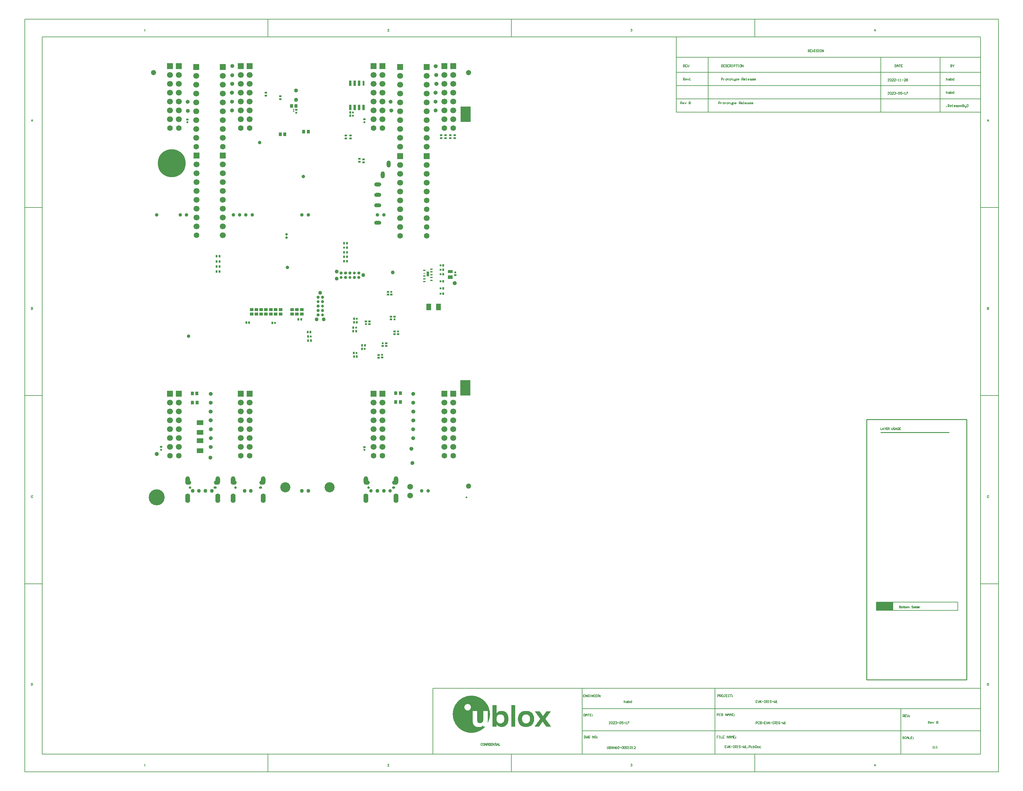
<source format=gbs>
G04*
G04 #@! TF.GenerationSoftware,Altium Limited,Altium Designer,24.5.2 (23)*
G04*
G04 Layer_Color=16711935*
%FSLAX44Y44*%
%MOMM*%
G71*
G04*
G04 #@! TF.SameCoordinates,06A8B94F-9278-456E-AD24-3EE51E5687D5*
G04*
G04*
G04 #@! TF.FilePolarity,Negative*
G04*
G01*
G75*
%ADD11C,0.1270*%
%ADD18C,0.1500*%
%ADD19C,0.2000*%
%ADD24R,4.8260X2.4130*%
%ADD25C,0.2540*%
%ADD35R,3.0000X4.5000*%
%ADD55R,0.5500X0.5200*%
%ADD100R,0.5200X0.5500*%
%ADD115C,0.7500*%
%ADD116C,0.6096*%
%ADD139R,0.8500X1.0000*%
%ADD140R,0.6500X0.6200*%
%ADD154C,0.7000*%
%ADD155R,1.0000X0.8500*%
%ADD161C,1.1000*%
%ADD171C,0.3000*%
%ADD172R,0.6200X0.6500*%
%ADD180R,1.8500X1.3500*%
%ADD185C,1.6000*%
%ADD186C,1.7000*%
%ADD187R,1.7000X1.7000*%
%ADD188R,1.7000X1.7000*%
%ADD189C,1.6510*%
G04:AMPARAMS|DCode=190|XSize=2.4mm|YSize=1.3mm|CornerRadius=0.65mm|HoleSize=0mm|Usage=FLASHONLY|Rotation=90.000|XOffset=0mm|YOffset=0mm|HoleType=Round|Shape=RoundedRectangle|*
%AMROUNDEDRECTD190*
21,1,2.4000,0.0000,0,0,90.0*
21,1,1.1000,1.3000,0,0,90.0*
1,1,1.3000,0.0000,0.5500*
1,1,1.3000,0.0000,-0.5500*
1,1,1.3000,0.0000,-0.5500*
1,1,1.3000,0.0000,0.5500*
%
%ADD190ROUNDEDRECTD190*%
%ADD191O,0.9500X0.6000*%
G04:AMPARAMS|DCode=192|XSize=2.7mm|YSize=1.4mm|CornerRadius=0.7mm|HoleSize=0mm|Usage=FLASHONLY|Rotation=90.000|XOffset=0mm|YOffset=0mm|HoleType=Round|Shape=RoundedRectangle|*
%AMROUNDEDRECTD192*
21,1,2.7000,0.0000,0,0,90.0*
21,1,1.3000,1.4000,0,0,90.0*
1,1,1.4000,0.0000,0.6500*
1,1,1.4000,0.0000,-0.6500*
1,1,1.4000,0.0000,-0.6500*
1,1,1.4000,0.0000,0.6500*
%
%ADD192ROUNDEDRECTD192*%
G04:AMPARAMS|DCode=193|XSize=1.75mm|YSize=1.2mm|CornerRadius=0.6mm|HoleSize=0mm|Usage=FLASHONLY|Rotation=180.000|XOffset=0mm|YOffset=0mm|HoleType=Round|Shape=RoundedRectangle|*
%AMROUNDEDRECTD193*
21,1,1.7500,0.0000,0,0,180.0*
21,1,0.5500,1.2000,0,0,180.0*
1,1,1.2000,-0.2750,0.0000*
1,1,1.2000,0.2750,0.0000*
1,1,1.2000,0.2750,0.0000*
1,1,1.2000,-0.2750,0.0000*
%
%ADD193ROUNDEDRECTD193*%
%ADD194C,2.9000*%
%ADD195C,8.0000*%
%ADD196C,0.5000*%
%ADD197C,0.1000*%
%ADD198C,4.6000*%
%ADD199C,0.0920*%
%ADD202C,1.0000*%
%ADD233C,0.8000*%
%ADD234R,0.5500X1.4000*%
%ADD235R,0.8000X1.4000*%
%ADD236R,0.6000X0.2000*%
%ADD237R,0.3000X0.3000*%
%ADD238R,1.3500X0.9500*%
%ADD244C,0.9000*%
%ADD245R,0.6500X1.5000*%
%ADD246R,0.7000X0.3000*%
%ADD247R,0.4000X0.4000*%
%ADD248R,1.4500X1.0500*%
%ADD249R,1.3500X1.8500*%
%ADD250C,0.7032*%
G36*
X697630Y977968D02*
X686130D01*
Y986468D01*
X697630D01*
Y977968D01*
D02*
G37*
G36*
X680612Y946726D02*
X669112D01*
Y955226D01*
X680612D01*
Y946726D01*
D02*
G37*
G36*
X664712Y917872D02*
X656212D01*
Y929372D01*
X664712D01*
Y917872D01*
D02*
G37*
G36*
Y887872D02*
X656212D01*
Y899372D01*
X664712D01*
Y887872D01*
D02*
G37*
G36*
Y857872D02*
X656212D01*
Y869372D01*
X664712D01*
Y857872D01*
D02*
G37*
G36*
Y807872D02*
X656212D01*
Y819372D01*
X664712D01*
Y807872D01*
D02*
G37*
G36*
X1157245Y-588172D02*
X1156792D01*
Y-588626D01*
Y-589080D01*
X1156338D01*
Y-589533D01*
X1155885D01*
Y-589987D01*
X1155431D01*
Y-590440D01*
Y-590894D01*
X1154978D01*
Y-591347D01*
X1154524D01*
Y-591801D01*
Y-592254D01*
X1154071D01*
Y-592708D01*
X1153617D01*
Y-593162D01*
X1153164D01*
Y-593615D01*
Y-594069D01*
X1152710D01*
Y-594522D01*
X1152256D01*
Y-594976D01*
X1151803D01*
Y-595429D01*
Y-595883D01*
X1151349D01*
Y-596337D01*
X1150896D01*
Y-596790D01*
X1150442D01*
Y-597244D01*
Y-597697D01*
X1149989D01*
Y-598151D01*
X1149535D01*
Y-598604D01*
Y-599058D01*
X1149081D01*
Y-599511D01*
X1148628D01*
Y-599965D01*
X1148174D01*
Y-600419D01*
Y-600872D01*
X1147721D01*
Y-601326D01*
X1147267D01*
Y-601779D01*
X1146814D01*
Y-602233D01*
Y-602686D01*
X1146360D01*
Y-603140D01*
X1145907D01*
Y-603593D01*
Y-604047D01*
X1145453D01*
Y-604501D01*
X1144999D01*
Y-604954D01*
X1144546D01*
Y-605408D01*
Y-605861D01*
X1144092D01*
Y-606315D01*
X1143639D01*
Y-606768D01*
X1143185D01*
Y-607222D01*
Y-607675D01*
X1142732D01*
Y-608129D01*
X1142278D01*
Y-608583D01*
X1141825D01*
Y-609036D01*
Y-609490D01*
Y-609943D01*
X1142278D01*
Y-610397D01*
Y-610850D01*
X1142732D01*
Y-611304D01*
X1143185D01*
Y-611758D01*
X1143639D01*
Y-612211D01*
Y-612665D01*
X1144092D01*
Y-613118D01*
X1144546D01*
Y-613572D01*
X1144999D01*
Y-614025D01*
Y-614479D01*
X1145453D01*
Y-614932D01*
X1145907D01*
Y-615386D01*
Y-615839D01*
X1146360D01*
Y-616293D01*
X1146814D01*
Y-616747D01*
X1147267D01*
Y-617200D01*
Y-617654D01*
X1147721D01*
Y-618107D01*
X1148174D01*
Y-618561D01*
X1148628D01*
Y-619014D01*
Y-619468D01*
X1149081D01*
Y-619921D01*
X1149535D01*
Y-620375D01*
X1149989D01*
Y-620829D01*
Y-621282D01*
X1150442D01*
Y-621736D01*
X1150896D01*
Y-622189D01*
X1151349D01*
Y-622643D01*
Y-623096D01*
X1151803D01*
Y-623550D01*
X1152256D01*
Y-624003D01*
X1152710D01*
Y-624457D01*
Y-624911D01*
X1153164D01*
Y-625364D01*
X1153617D01*
Y-625818D01*
X1154071D01*
Y-626271D01*
Y-626725D01*
X1154524D01*
Y-627178D01*
X1154978D01*
Y-627632D01*
Y-628086D01*
X1155431D01*
Y-628539D01*
X1155885D01*
Y-628993D01*
X1156338D01*
Y-629446D01*
Y-629900D01*
X1156792D01*
Y-630353D01*
X1157245D01*
Y-630807D01*
X1157699D01*
Y-631260D01*
X1158153D01*
Y-631714D01*
X1143639D01*
Y-631260D01*
Y-630807D01*
X1143185D01*
Y-630353D01*
X1142732D01*
Y-629900D01*
X1142278D01*
Y-629446D01*
Y-628993D01*
X1141825D01*
Y-628539D01*
X1141371D01*
Y-628086D01*
X1140918D01*
Y-627632D01*
Y-627178D01*
X1140464D01*
Y-626725D01*
X1140010D01*
Y-626271D01*
Y-625818D01*
X1139557D01*
Y-625364D01*
X1139103D01*
Y-624911D01*
X1138650D01*
Y-624457D01*
Y-624003D01*
X1138196D01*
Y-623550D01*
X1137743D01*
Y-623096D01*
X1137289D01*
Y-622643D01*
Y-622189D01*
X1136835D01*
Y-621736D01*
X1136382D01*
Y-621282D01*
Y-620829D01*
X1135928D01*
Y-620375D01*
X1135475D01*
Y-619921D01*
X1135021D01*
Y-619468D01*
Y-619014D01*
X1134568D01*
Y-618561D01*
X1134114D01*
Y-618107D01*
X1133661D01*
Y-617654D01*
X1133207D01*
Y-618107D01*
Y-618561D01*
X1132754D01*
Y-619014D01*
X1132300D01*
Y-619468D01*
X1131846D01*
Y-619921D01*
Y-620375D01*
X1131393D01*
Y-620829D01*
X1130939D01*
Y-621282D01*
Y-621736D01*
X1130486D01*
Y-622189D01*
X1130032D01*
Y-622643D01*
X1129579D01*
Y-623096D01*
Y-623550D01*
X1129125D01*
Y-624003D01*
X1128671D01*
Y-624457D01*
Y-624911D01*
X1128218D01*
Y-625364D01*
X1127764D01*
Y-625818D01*
X1127311D01*
Y-626271D01*
Y-626725D01*
X1126857D01*
Y-627178D01*
X1126404D01*
Y-627632D01*
Y-628086D01*
X1125950D01*
Y-628539D01*
X1125497D01*
Y-628993D01*
X1125043D01*
Y-629446D01*
Y-629900D01*
X1124589D01*
Y-630353D01*
X1124136D01*
Y-630807D01*
Y-631260D01*
X1123682D01*
Y-631714D01*
X1110529D01*
Y-631260D01*
X1110983D01*
Y-630807D01*
X1111436D01*
Y-630353D01*
Y-629900D01*
X1111890D01*
Y-629446D01*
X1112344D01*
Y-628993D01*
X1112797D01*
Y-628539D01*
Y-628086D01*
X1113251D01*
Y-627632D01*
X1113704D01*
Y-627178D01*
Y-626725D01*
X1114158D01*
Y-626271D01*
X1114611D01*
Y-625818D01*
X1115065D01*
Y-625364D01*
X1115518D01*
Y-624911D01*
Y-624457D01*
X1115972D01*
Y-624003D01*
X1116425D01*
Y-623550D01*
Y-623096D01*
X1116879D01*
Y-622643D01*
X1117333D01*
Y-622189D01*
X1117786D01*
Y-621736D01*
Y-621282D01*
X1118240D01*
Y-620829D01*
X1118693D01*
Y-620375D01*
X1119147D01*
Y-619921D01*
Y-619468D01*
X1119600D01*
Y-619014D01*
X1120054D01*
Y-618561D01*
X1120508D01*
Y-618107D01*
Y-617654D01*
X1120961D01*
Y-617200D01*
X1121415D01*
Y-616747D01*
X1121868D01*
Y-616293D01*
Y-615839D01*
X1122322D01*
Y-615386D01*
X1122775D01*
Y-614932D01*
X1123229D01*
Y-614479D01*
Y-614025D01*
X1123682D01*
Y-613572D01*
X1124136D01*
Y-613118D01*
X1124589D01*
Y-612665D01*
Y-612211D01*
X1125043D01*
Y-611758D01*
X1125497D01*
Y-611304D01*
Y-610850D01*
X1125950D01*
Y-610397D01*
X1126404D01*
Y-609943D01*
X1126857D01*
Y-609490D01*
Y-609036D01*
X1126404D01*
Y-608583D01*
X1125950D01*
Y-608129D01*
X1125497D01*
Y-607675D01*
Y-607222D01*
X1125043D01*
Y-606768D01*
X1124589D01*
Y-606315D01*
X1124136D01*
Y-605861D01*
Y-605408D01*
X1123682D01*
Y-604954D01*
X1123229D01*
Y-604501D01*
Y-604047D01*
X1122775D01*
Y-603593D01*
X1122322D01*
Y-603140D01*
X1121868D01*
Y-602686D01*
Y-602233D01*
X1121415D01*
Y-601779D01*
X1120961D01*
Y-601326D01*
X1120508D01*
Y-600872D01*
Y-600419D01*
X1120054D01*
Y-599965D01*
X1119600D01*
Y-599511D01*
Y-599058D01*
X1119147D01*
Y-598604D01*
X1118693D01*
Y-598151D01*
X1118240D01*
Y-597697D01*
Y-597244D01*
X1117786D01*
Y-596790D01*
X1117333D01*
Y-596337D01*
X1116879D01*
Y-595883D01*
Y-595429D01*
X1116425D01*
Y-594976D01*
X1115972D01*
Y-594522D01*
Y-594069D01*
X1115518D01*
Y-593615D01*
X1115065D01*
Y-593162D01*
X1114611D01*
Y-592708D01*
Y-592254D01*
X1114158D01*
Y-591801D01*
X1113704D01*
Y-591347D01*
X1113251D01*
Y-590894D01*
Y-590440D01*
X1112797D01*
Y-589987D01*
X1112344D01*
Y-589533D01*
Y-589080D01*
X1111890D01*
Y-588626D01*
X1111436D01*
Y-588172D01*
X1110983D01*
Y-587719D01*
X1125043D01*
Y-588172D01*
X1125497D01*
Y-588626D01*
X1125950D01*
Y-589080D01*
Y-589533D01*
X1126404D01*
Y-589987D01*
X1126857D01*
Y-590440D01*
X1127311D01*
Y-590894D01*
Y-591347D01*
X1127764D01*
Y-591801D01*
X1128218D01*
Y-592254D01*
Y-592708D01*
X1128671D01*
Y-593162D01*
X1129125D01*
Y-593615D01*
Y-594069D01*
X1129579D01*
Y-594522D01*
X1130032D01*
Y-594976D01*
X1130486D01*
Y-595429D01*
Y-595883D01*
X1130939D01*
Y-596337D01*
X1131393D01*
Y-596790D01*
Y-597244D01*
X1131846D01*
Y-597697D01*
X1132300D01*
Y-598151D01*
X1132754D01*
Y-598604D01*
Y-599058D01*
X1133207D01*
Y-599511D01*
X1133661D01*
Y-599965D01*
Y-600419D01*
X1134114D01*
Y-600872D01*
X1134568D01*
Y-601326D01*
X1135021D01*
Y-600872D01*
X1135475D01*
Y-600419D01*
Y-599965D01*
X1135928D01*
Y-599511D01*
X1136382D01*
Y-599058D01*
X1136835D01*
Y-598604D01*
Y-598151D01*
X1137289D01*
Y-597697D01*
X1137743D01*
Y-597244D01*
Y-596790D01*
X1138196D01*
Y-596337D01*
X1138650D01*
Y-595883D01*
X1139103D01*
Y-595429D01*
Y-594976D01*
X1139557D01*
Y-594522D01*
X1140010D01*
Y-594069D01*
Y-593615D01*
X1140464D01*
Y-593162D01*
X1140918D01*
Y-592708D01*
X1141371D01*
Y-592254D01*
Y-591801D01*
X1141825D01*
Y-591347D01*
X1142278D01*
Y-590894D01*
Y-590440D01*
X1142732D01*
Y-589987D01*
X1143185D01*
Y-589533D01*
X1143639D01*
Y-589080D01*
Y-588626D01*
X1144092D01*
Y-588172D01*
X1144546D01*
Y-587719D01*
X1157245D01*
Y-588172D01*
D02*
G37*
G36*
X931375Y-543270D02*
X935910D01*
Y-543724D01*
X938632D01*
Y-544178D01*
X940899D01*
Y-544631D01*
X942713D01*
Y-545085D01*
X944528D01*
Y-545538D01*
X945888D01*
Y-545992D01*
X947249D01*
Y-546445D01*
X948610D01*
Y-546899D01*
X949517D01*
Y-547352D01*
X950878D01*
Y-547806D01*
X951785D01*
Y-548260D01*
X952692D01*
Y-548713D01*
X953599D01*
Y-549167D01*
X954506D01*
Y-549620D01*
X955413D01*
Y-550074D01*
X955867D01*
Y-550527D01*
X956774D01*
Y-550981D01*
X957681D01*
Y-551435D01*
X958135D01*
Y-551888D01*
X959042D01*
Y-552342D01*
X959495D01*
Y-552795D01*
X960402D01*
Y-553249D01*
X960856D01*
Y-553702D01*
X961309D01*
Y-554156D01*
X962216D01*
Y-554609D01*
X962670D01*
Y-555063D01*
X963123D01*
Y-555517D01*
X963577D01*
Y-555970D01*
X964484D01*
Y-556424D01*
X964938D01*
Y-556877D01*
X965391D01*
Y-557331D01*
X965845D01*
Y-557784D01*
X966298D01*
Y-558238D01*
X966752D01*
Y-558691D01*
X967206D01*
Y-559145D01*
X967659D01*
Y-559599D01*
X968113D01*
Y-560052D01*
X968566D01*
Y-560506D01*
X969020D01*
Y-560959D01*
X969473D01*
Y-561413D01*
Y-561866D01*
X969927D01*
Y-562320D01*
X970380D01*
Y-562773D01*
X970834D01*
Y-563227D01*
X971288D01*
Y-563680D01*
Y-564134D01*
X971741D01*
Y-564588D01*
X972195D01*
Y-565041D01*
X972648D01*
Y-565495D01*
Y-565948D01*
X973102D01*
Y-566402D01*
X973555D01*
Y-566855D01*
Y-567309D01*
X974009D01*
Y-567762D01*
X974463D01*
Y-568216D01*
Y-568670D01*
X974916D01*
Y-569123D01*
X975370D01*
Y-569577D01*
Y-570030D01*
X975823D01*
Y-570484D01*
Y-570937D01*
X976277D01*
Y-571391D01*
Y-571844D01*
X976730D01*
Y-572298D01*
Y-572752D01*
X977184D01*
Y-573205D01*
Y-573659D01*
X977637D01*
Y-574112D01*
Y-574566D01*
X978091D01*
Y-575019D01*
Y-575473D01*
X978544D01*
Y-575927D01*
Y-576380D01*
Y-576834D01*
X978998D01*
Y-577287D01*
Y-577741D01*
X979452D01*
Y-578194D01*
Y-578648D01*
Y-579101D01*
X979905D01*
Y-579555D01*
Y-580009D01*
Y-580462D01*
X980359D01*
Y-580916D01*
Y-581369D01*
Y-581823D01*
Y-582276D01*
X980812D01*
Y-582730D01*
Y-583183D01*
Y-583637D01*
Y-584090D01*
X981266D01*
Y-584544D01*
Y-584998D01*
Y-585451D01*
Y-585905D01*
X981719D01*
Y-586358D01*
Y-586812D01*
Y-587265D01*
Y-587719D01*
Y-588172D01*
Y-588626D01*
Y-589080D01*
X982173D01*
Y-589533D01*
Y-589987D01*
Y-590440D01*
Y-590894D01*
Y-591347D01*
Y-591801D01*
Y-592254D01*
Y-592708D01*
Y-593162D01*
Y-593615D01*
Y-594069D01*
X982626D01*
Y-594522D01*
Y-594976D01*
Y-595429D01*
Y-595883D01*
Y-596337D01*
Y-596790D01*
Y-597244D01*
Y-597697D01*
Y-598151D01*
Y-598604D01*
X982173D01*
Y-599058D01*
Y-599511D01*
Y-599965D01*
Y-600419D01*
Y-600872D01*
Y-601326D01*
Y-601779D01*
Y-602233D01*
Y-602686D01*
Y-603140D01*
Y-603593D01*
X981719D01*
Y-604047D01*
Y-604501D01*
Y-604954D01*
Y-605408D01*
Y-605861D01*
Y-606315D01*
X981266D01*
Y-606768D01*
Y-607222D01*
Y-607675D01*
Y-608129D01*
Y-608583D01*
X980812D01*
Y-609036D01*
Y-609490D01*
Y-609943D01*
Y-610397D01*
X980359D01*
Y-610850D01*
Y-611304D01*
Y-611758D01*
Y-612211D01*
X979905D01*
Y-612665D01*
Y-613118D01*
Y-613572D01*
X979452D01*
Y-614025D01*
Y-614479D01*
X978998D01*
Y-614932D01*
Y-615386D01*
Y-615839D01*
X978544D01*
Y-616293D01*
Y-616747D01*
X978091D01*
Y-617200D01*
Y-617654D01*
Y-618107D01*
X977637D01*
Y-618561D01*
Y-619014D01*
X977184D01*
Y-619468D01*
Y-619921D01*
X976730D01*
Y-620375D01*
Y-620829D01*
X976277D01*
Y-621282D01*
Y-621736D01*
X975823D01*
Y-621282D01*
Y-620829D01*
Y-620375D01*
Y-619921D01*
Y-619468D01*
Y-619014D01*
Y-618561D01*
Y-618107D01*
Y-617654D01*
Y-617200D01*
Y-616747D01*
Y-616293D01*
Y-615839D01*
Y-615386D01*
Y-614932D01*
Y-614479D01*
Y-614025D01*
Y-613572D01*
Y-613118D01*
Y-612665D01*
Y-612211D01*
Y-611758D01*
Y-611304D01*
Y-610850D01*
Y-610397D01*
Y-609943D01*
Y-609490D01*
Y-609036D01*
Y-608583D01*
Y-608129D01*
Y-607675D01*
Y-607222D01*
Y-606768D01*
Y-606315D01*
Y-605861D01*
Y-605408D01*
Y-604954D01*
Y-604501D01*
Y-604047D01*
Y-603593D01*
Y-603140D01*
Y-602686D01*
Y-602233D01*
Y-601779D01*
Y-601326D01*
Y-600872D01*
Y-600419D01*
Y-599965D01*
Y-599511D01*
Y-599058D01*
Y-598604D01*
Y-598151D01*
Y-597697D01*
Y-597244D01*
Y-596790D01*
Y-596337D01*
Y-595883D01*
Y-595429D01*
Y-594976D01*
Y-594522D01*
Y-594069D01*
Y-593615D01*
Y-593162D01*
Y-592708D01*
Y-592254D01*
Y-591801D01*
Y-591347D01*
Y-590894D01*
Y-590440D01*
Y-589987D01*
Y-589533D01*
Y-589080D01*
Y-588626D01*
Y-588172D01*
Y-587719D01*
Y-587265D01*
X963123D01*
Y-587719D01*
Y-588172D01*
Y-588626D01*
Y-589080D01*
Y-589533D01*
Y-589987D01*
Y-590440D01*
Y-590894D01*
Y-591347D01*
Y-591801D01*
Y-592254D01*
Y-592708D01*
Y-593162D01*
Y-593615D01*
Y-594069D01*
Y-594522D01*
Y-594976D01*
Y-595429D01*
Y-595883D01*
Y-596337D01*
Y-596790D01*
Y-597244D01*
Y-597697D01*
Y-598151D01*
Y-598604D01*
Y-599058D01*
Y-599511D01*
Y-599965D01*
Y-600419D01*
Y-600872D01*
Y-601326D01*
Y-601779D01*
Y-602233D01*
Y-602686D01*
Y-603140D01*
Y-603593D01*
Y-604047D01*
Y-604501D01*
Y-604954D01*
Y-605408D01*
Y-605861D01*
Y-606315D01*
Y-606768D01*
Y-607222D01*
Y-607675D01*
Y-608129D01*
Y-608583D01*
Y-609036D01*
Y-609490D01*
Y-609943D01*
Y-610397D01*
Y-610850D01*
Y-611304D01*
Y-611758D01*
Y-612211D01*
Y-612665D01*
Y-613118D01*
Y-613572D01*
Y-614025D01*
Y-614479D01*
Y-614932D01*
X962670D01*
Y-615386D01*
Y-615839D01*
Y-616293D01*
Y-616747D01*
X962216D01*
Y-617200D01*
Y-617654D01*
X961763D01*
Y-618107D01*
Y-618561D01*
X961309D01*
Y-619014D01*
X960856D01*
Y-619468D01*
X960402D01*
Y-619921D01*
X959949D01*
Y-620375D01*
X959495D01*
Y-620829D01*
X958588D01*
Y-621282D01*
X957227D01*
Y-621736D01*
X950878D01*
Y-621282D01*
X949517D01*
Y-620829D01*
X948610D01*
Y-620375D01*
X948156D01*
Y-619921D01*
X947703D01*
Y-619468D01*
X947249D01*
Y-619014D01*
Y-618561D01*
X946796D01*
Y-618107D01*
Y-617654D01*
X946342D01*
Y-617200D01*
Y-616747D01*
Y-616293D01*
Y-615839D01*
X945888D01*
Y-615386D01*
Y-614932D01*
Y-614479D01*
Y-614025D01*
Y-613572D01*
Y-613118D01*
Y-612665D01*
Y-612211D01*
Y-611758D01*
Y-611304D01*
Y-610850D01*
Y-610397D01*
Y-609943D01*
Y-609490D01*
Y-609036D01*
Y-608583D01*
Y-608129D01*
Y-607675D01*
Y-607222D01*
Y-606768D01*
Y-606315D01*
Y-605861D01*
Y-605408D01*
Y-604954D01*
Y-604501D01*
Y-604047D01*
Y-603593D01*
Y-603140D01*
Y-602686D01*
Y-602233D01*
Y-601779D01*
Y-601326D01*
Y-600872D01*
Y-600419D01*
Y-599965D01*
Y-599511D01*
Y-599058D01*
Y-598604D01*
Y-598151D01*
Y-597697D01*
Y-597244D01*
Y-596790D01*
Y-596337D01*
Y-595883D01*
Y-595429D01*
Y-594976D01*
Y-594522D01*
Y-594069D01*
Y-593615D01*
Y-593162D01*
Y-592708D01*
Y-592254D01*
Y-591801D01*
Y-591347D01*
Y-590894D01*
Y-590440D01*
Y-589987D01*
Y-589533D01*
Y-589080D01*
Y-588626D01*
Y-588172D01*
Y-587719D01*
Y-587265D01*
X933189D01*
Y-587719D01*
Y-588172D01*
Y-588626D01*
Y-589080D01*
Y-589533D01*
Y-589987D01*
Y-590440D01*
Y-590894D01*
Y-591347D01*
Y-591801D01*
Y-592254D01*
Y-592708D01*
Y-593162D01*
Y-593615D01*
Y-594069D01*
Y-594522D01*
Y-594976D01*
Y-595429D01*
Y-595883D01*
Y-596337D01*
Y-596790D01*
Y-597244D01*
Y-597697D01*
Y-598151D01*
Y-598604D01*
Y-599058D01*
Y-599511D01*
Y-599965D01*
Y-600419D01*
Y-600872D01*
Y-601326D01*
Y-601779D01*
Y-602233D01*
Y-602686D01*
Y-603140D01*
Y-603593D01*
Y-604047D01*
Y-604501D01*
Y-604954D01*
Y-605408D01*
Y-605861D01*
Y-606315D01*
Y-606768D01*
Y-607222D01*
Y-607675D01*
Y-608129D01*
Y-608583D01*
Y-609036D01*
Y-609490D01*
Y-609943D01*
Y-610397D01*
Y-610850D01*
Y-611304D01*
Y-611758D01*
Y-612211D01*
Y-612665D01*
Y-613118D01*
Y-613572D01*
Y-614025D01*
Y-614479D01*
Y-614932D01*
Y-615386D01*
Y-615839D01*
Y-616293D01*
Y-616747D01*
Y-617200D01*
Y-617654D01*
Y-618107D01*
Y-618561D01*
Y-619014D01*
Y-619468D01*
Y-619921D01*
Y-620375D01*
X933642D01*
Y-620829D01*
Y-621282D01*
Y-621736D01*
Y-622189D01*
X934096D01*
Y-622643D01*
Y-623096D01*
Y-623550D01*
X934549D01*
Y-624003D01*
Y-624457D01*
Y-624911D01*
X935003D01*
Y-625364D01*
Y-625818D01*
X935457D01*
Y-626271D01*
X935910D01*
Y-626725D01*
Y-627178D01*
X936364D01*
Y-627632D01*
X936817D01*
Y-628086D01*
X937271D01*
Y-628539D01*
X937724D01*
Y-628993D01*
X938178D01*
Y-629446D01*
X938632D01*
Y-629900D01*
X939539D01*
Y-630353D01*
X939992D01*
Y-630807D01*
X940899D01*
Y-631260D01*
X941806D01*
Y-631714D01*
X942713D01*
Y-632168D01*
X944074D01*
Y-632621D01*
X945888D01*
Y-633075D01*
X954960D01*
Y-632621D01*
X956774D01*
Y-632168D01*
X957681D01*
Y-631714D01*
X959042D01*
Y-631260D01*
X959495D01*
Y-630807D01*
X960402D01*
Y-630353D01*
X960856D01*
Y-629900D01*
X961309D01*
Y-629446D01*
X962216D01*
Y-628993D01*
X962670D01*
Y-628539D01*
X963123D01*
Y-628086D01*
Y-627632D01*
X963577D01*
Y-628086D01*
Y-628539D01*
Y-628993D01*
Y-629446D01*
Y-629900D01*
Y-630353D01*
Y-630807D01*
Y-631260D01*
Y-631714D01*
Y-632168D01*
X968566D01*
Y-632621D01*
X968113D01*
Y-633075D01*
X967659D01*
Y-633528D01*
X967206D01*
Y-633982D01*
X966752D01*
Y-634435D01*
X966298D01*
Y-634889D01*
X965845D01*
Y-635342D01*
X965391D01*
Y-635796D01*
X964938D01*
Y-636250D01*
X964031D01*
Y-636703D01*
X963577D01*
Y-637157D01*
X963123D01*
Y-637610D01*
X962670D01*
Y-638064D01*
X961763D01*
Y-638517D01*
X961309D01*
Y-638971D01*
X960856D01*
Y-639424D01*
X959949D01*
Y-639878D01*
X959495D01*
Y-640331D01*
X958588D01*
Y-640785D01*
X958135D01*
Y-641239D01*
X957227D01*
Y-641692D01*
X956774D01*
Y-642146D01*
X955867D01*
Y-642599D01*
X954960D01*
Y-643053D01*
X954052D01*
Y-643506D01*
X953599D01*
Y-643960D01*
X952692D01*
Y-644414D01*
X951331D01*
Y-644867D01*
X950424D01*
Y-645321D01*
X949517D01*
Y-645774D01*
X948156D01*
Y-646228D01*
X947249D01*
Y-646681D01*
X945888D01*
Y-647135D01*
X944074D01*
Y-647588D01*
X942713D01*
Y-648042D01*
X940899D01*
Y-648495D01*
X938178D01*
Y-648949D01*
X935003D01*
Y-649403D01*
X923211D01*
Y-648949D01*
X920036D01*
Y-648495D01*
X917768D01*
Y-648042D01*
X915954D01*
Y-647588D01*
X914139D01*
Y-647135D01*
X912779D01*
Y-646681D01*
X911418D01*
Y-646228D01*
X910058D01*
Y-645774D01*
X909150D01*
Y-645321D01*
X907790D01*
Y-644867D01*
X906883D01*
Y-644414D01*
X905975D01*
Y-643960D01*
X905068D01*
Y-643506D01*
X904161D01*
Y-643053D01*
X903254D01*
Y-642599D01*
X902347D01*
Y-642146D01*
X901893D01*
Y-641692D01*
X900986D01*
Y-641239D01*
X900079D01*
Y-640785D01*
X899626D01*
Y-640331D01*
X898719D01*
Y-639878D01*
X898265D01*
Y-639424D01*
X897812D01*
Y-638971D01*
X896904D01*
Y-638517D01*
X896451D01*
Y-638064D01*
X895997D01*
Y-637610D01*
X895090D01*
Y-637157D01*
X894637D01*
Y-636703D01*
X894183D01*
Y-636250D01*
X893729D01*
Y-635796D01*
X893276D01*
Y-635342D01*
X892822D01*
Y-634889D01*
X892369D01*
Y-634435D01*
X891915D01*
Y-633982D01*
X891462D01*
Y-633528D01*
X891008D01*
Y-633075D01*
X890555D01*
Y-632621D01*
X890101D01*
Y-632168D01*
X889648D01*
Y-631714D01*
X889194D01*
Y-631260D01*
X888740D01*
Y-630807D01*
X888287D01*
Y-630353D01*
X887833D01*
Y-629900D01*
Y-629446D01*
X887380D01*
Y-628993D01*
X886926D01*
Y-628539D01*
X886473D01*
Y-628086D01*
X886019D01*
Y-627632D01*
Y-627178D01*
X885565D01*
Y-626725D01*
X885112D01*
Y-626271D01*
Y-625818D01*
X884658D01*
Y-625364D01*
X884205D01*
Y-624911D01*
Y-624457D01*
X883751D01*
Y-624003D01*
X883298D01*
Y-623550D01*
Y-623096D01*
X882844D01*
Y-622643D01*
Y-622189D01*
X882391D01*
Y-621736D01*
Y-621282D01*
X881937D01*
Y-620829D01*
Y-620375D01*
X881484D01*
Y-619921D01*
Y-619468D01*
X881030D01*
Y-619014D01*
Y-618561D01*
X880576D01*
Y-618107D01*
Y-617654D01*
X880123D01*
Y-617200D01*
Y-616747D01*
X879669D01*
Y-616293D01*
Y-615839D01*
Y-615386D01*
X879216D01*
Y-614932D01*
Y-614479D01*
Y-614025D01*
X878762D01*
Y-613572D01*
Y-613118D01*
X878309D01*
Y-612665D01*
Y-612211D01*
Y-611758D01*
Y-611304D01*
X877855D01*
Y-610850D01*
Y-610397D01*
Y-609943D01*
X877402D01*
Y-609490D01*
Y-609036D01*
Y-608583D01*
Y-608129D01*
X876948D01*
Y-607675D01*
Y-607222D01*
Y-606768D01*
Y-606315D01*
Y-605861D01*
X876494D01*
Y-605408D01*
Y-604954D01*
Y-604501D01*
Y-604047D01*
Y-603593D01*
Y-603140D01*
Y-602686D01*
X876041D01*
Y-602233D01*
Y-601779D01*
Y-601326D01*
Y-600872D01*
Y-600419D01*
Y-599965D01*
Y-599511D01*
Y-599058D01*
Y-598604D01*
Y-598151D01*
X875587D01*
Y-597697D01*
Y-597244D01*
Y-596790D01*
Y-596337D01*
Y-595883D01*
Y-595429D01*
Y-594976D01*
Y-594522D01*
Y-594069D01*
X876041D01*
Y-593615D01*
Y-593162D01*
Y-592708D01*
Y-592254D01*
Y-591801D01*
Y-591347D01*
Y-590894D01*
Y-590440D01*
Y-589987D01*
X876494D01*
Y-589533D01*
Y-589080D01*
Y-588626D01*
Y-588172D01*
Y-587719D01*
Y-587265D01*
Y-586812D01*
X876948D01*
Y-586358D01*
Y-585905D01*
Y-585451D01*
Y-584998D01*
Y-584544D01*
X877402D01*
Y-584090D01*
Y-583637D01*
Y-583183D01*
Y-582730D01*
X877855D01*
Y-582276D01*
Y-581823D01*
Y-581369D01*
Y-580916D01*
X878309D01*
Y-580462D01*
Y-580009D01*
Y-579555D01*
X878762D01*
Y-579101D01*
Y-578648D01*
Y-578194D01*
X879216D01*
Y-577741D01*
Y-577287D01*
X879669D01*
Y-576834D01*
Y-576380D01*
Y-575927D01*
X880123D01*
Y-575473D01*
Y-575019D01*
X880576D01*
Y-574566D01*
Y-574112D01*
Y-573659D01*
X881030D01*
Y-573205D01*
Y-572752D01*
X881484D01*
Y-572298D01*
Y-571844D01*
X881937D01*
Y-571391D01*
Y-570937D01*
X882391D01*
Y-570484D01*
X882844D01*
Y-570030D01*
Y-569577D01*
X883298D01*
Y-569123D01*
Y-568670D01*
X883751D01*
Y-568216D01*
X884205D01*
Y-567762D01*
Y-567309D01*
X884658D01*
Y-566855D01*
X885112D01*
Y-566402D01*
Y-565948D01*
X885565D01*
Y-565495D01*
X886019D01*
Y-565041D01*
Y-564588D01*
X886473D01*
Y-564134D01*
X886926D01*
Y-563680D01*
X887380D01*
Y-563227D01*
Y-562773D01*
X887833D01*
Y-562320D01*
X888287D01*
Y-561866D01*
X888740D01*
Y-561413D01*
X889194D01*
Y-560959D01*
X889648D01*
Y-560506D01*
X890101D01*
Y-560052D01*
X890555D01*
Y-559599D01*
Y-559145D01*
X891008D01*
Y-558691D01*
X891462D01*
Y-558238D01*
X891915D01*
Y-557784D01*
X892822D01*
Y-557331D01*
X893276D01*
Y-556877D01*
X893729D01*
Y-556424D01*
X894183D01*
Y-555970D01*
X894637D01*
Y-555517D01*
X895090D01*
Y-555063D01*
X895544D01*
Y-554609D01*
X896451D01*
Y-554156D01*
X896904D01*
Y-553702D01*
X897358D01*
Y-553249D01*
X898265D01*
Y-552795D01*
X898719D01*
Y-552342D01*
X899626D01*
Y-551888D01*
X900079D01*
Y-551435D01*
X900986D01*
Y-550981D01*
X901440D01*
Y-550527D01*
X902347D01*
Y-550074D01*
X903254D01*
Y-549620D01*
X903708D01*
Y-549167D01*
X905068D01*
Y-548713D01*
X905975D01*
Y-548260D01*
X906883D01*
Y-547806D01*
X907790D01*
Y-547352D01*
X908697D01*
Y-546899D01*
X910058D01*
Y-546445D01*
X910965D01*
Y-545992D01*
X912325D01*
Y-545538D01*
X913686D01*
Y-545085D01*
X915500D01*
Y-544631D01*
X917314D01*
Y-544178D01*
X919582D01*
Y-543724D01*
X922757D01*
Y-543270D01*
X927293D01*
Y-542817D01*
X931375D01*
Y-543270D01*
D02*
G37*
G36*
X1055195Y-570484D02*
Y-570937D01*
Y-571391D01*
Y-571844D01*
Y-572298D01*
Y-572752D01*
Y-573205D01*
Y-573659D01*
Y-574112D01*
Y-574566D01*
Y-575019D01*
Y-575473D01*
Y-575927D01*
Y-576380D01*
Y-576834D01*
Y-577287D01*
Y-577741D01*
Y-578194D01*
Y-578648D01*
Y-579101D01*
Y-579555D01*
Y-580009D01*
Y-580462D01*
Y-580916D01*
Y-581369D01*
Y-581823D01*
Y-582276D01*
Y-582730D01*
Y-583183D01*
Y-583637D01*
Y-584090D01*
Y-584544D01*
Y-584998D01*
Y-585451D01*
Y-585905D01*
Y-586358D01*
Y-586812D01*
Y-587265D01*
Y-587719D01*
Y-588172D01*
Y-588626D01*
Y-589080D01*
Y-589533D01*
Y-589987D01*
Y-590440D01*
Y-590894D01*
Y-591347D01*
Y-591801D01*
Y-592254D01*
Y-592708D01*
Y-593162D01*
Y-593615D01*
Y-594069D01*
Y-594522D01*
Y-594976D01*
Y-595429D01*
Y-595883D01*
Y-596337D01*
Y-596790D01*
Y-597244D01*
Y-597697D01*
Y-598151D01*
Y-598604D01*
Y-599058D01*
Y-599511D01*
Y-599965D01*
Y-600419D01*
Y-600872D01*
Y-601326D01*
Y-601779D01*
Y-602233D01*
Y-602686D01*
Y-603140D01*
Y-603593D01*
Y-604047D01*
Y-604501D01*
Y-604954D01*
Y-605408D01*
Y-605861D01*
Y-606315D01*
Y-606768D01*
Y-607222D01*
Y-607675D01*
Y-608129D01*
Y-608583D01*
Y-609036D01*
Y-609490D01*
Y-609943D01*
Y-610397D01*
Y-610850D01*
Y-611304D01*
Y-611758D01*
Y-612211D01*
Y-612665D01*
Y-613118D01*
Y-613572D01*
Y-614025D01*
Y-614479D01*
Y-614932D01*
Y-615386D01*
Y-615839D01*
Y-616293D01*
Y-616747D01*
Y-617200D01*
Y-617654D01*
Y-618107D01*
Y-618561D01*
Y-619014D01*
Y-619468D01*
Y-619921D01*
Y-620375D01*
Y-620829D01*
Y-621282D01*
Y-621736D01*
Y-622189D01*
Y-622643D01*
Y-623096D01*
Y-623550D01*
Y-624003D01*
Y-624457D01*
Y-624911D01*
Y-625364D01*
Y-625818D01*
Y-626271D01*
Y-626725D01*
Y-627178D01*
Y-627632D01*
Y-628086D01*
Y-628539D01*
Y-628993D01*
Y-629446D01*
Y-629900D01*
Y-630353D01*
Y-630807D01*
Y-631260D01*
Y-631714D01*
X1043857D01*
Y-631260D01*
Y-630807D01*
Y-630353D01*
Y-629900D01*
Y-629446D01*
Y-628993D01*
Y-628539D01*
Y-628086D01*
Y-627632D01*
Y-627178D01*
Y-626725D01*
Y-626271D01*
Y-625818D01*
Y-625364D01*
Y-624911D01*
Y-624457D01*
Y-624003D01*
Y-623550D01*
Y-623096D01*
Y-622643D01*
Y-622189D01*
Y-621736D01*
Y-621282D01*
Y-620829D01*
Y-620375D01*
Y-619921D01*
Y-619468D01*
Y-619014D01*
Y-618561D01*
Y-618107D01*
Y-617654D01*
Y-617200D01*
Y-616747D01*
Y-616293D01*
Y-615839D01*
Y-615386D01*
Y-614932D01*
Y-614479D01*
Y-614025D01*
Y-613572D01*
Y-613118D01*
Y-612665D01*
Y-612211D01*
Y-611758D01*
Y-611304D01*
Y-610850D01*
Y-610397D01*
Y-609943D01*
Y-609490D01*
Y-609036D01*
Y-608583D01*
Y-608129D01*
Y-607675D01*
Y-607222D01*
Y-606768D01*
Y-606315D01*
Y-605861D01*
Y-605408D01*
Y-604954D01*
Y-604501D01*
Y-604047D01*
Y-603593D01*
Y-603140D01*
Y-602686D01*
Y-602233D01*
Y-601779D01*
Y-601326D01*
Y-600872D01*
Y-600419D01*
Y-599965D01*
Y-599511D01*
Y-599058D01*
Y-598604D01*
Y-598151D01*
Y-597697D01*
Y-597244D01*
Y-596790D01*
Y-596337D01*
Y-595883D01*
Y-595429D01*
Y-594976D01*
Y-594522D01*
Y-594069D01*
Y-593615D01*
Y-593162D01*
Y-592708D01*
Y-592254D01*
Y-591801D01*
Y-591347D01*
Y-590894D01*
Y-590440D01*
Y-589987D01*
Y-589533D01*
Y-589080D01*
Y-588626D01*
Y-588172D01*
Y-587719D01*
Y-587265D01*
Y-586812D01*
Y-586358D01*
Y-585905D01*
Y-585451D01*
Y-584998D01*
Y-584544D01*
Y-584090D01*
Y-583637D01*
Y-583183D01*
Y-582730D01*
Y-582276D01*
Y-581823D01*
Y-581369D01*
Y-580916D01*
Y-580462D01*
Y-580009D01*
Y-579555D01*
Y-579101D01*
Y-578648D01*
Y-578194D01*
Y-577741D01*
Y-577287D01*
Y-576834D01*
Y-576380D01*
Y-575927D01*
Y-575473D01*
Y-575019D01*
Y-574566D01*
Y-574112D01*
Y-573659D01*
Y-573205D01*
Y-572752D01*
Y-572298D01*
Y-571844D01*
Y-571391D01*
Y-570937D01*
Y-570484D01*
Y-570030D01*
X1055195D01*
Y-570484D01*
D02*
G37*
G36*
X1091480Y-587265D02*
X1093748D01*
Y-587719D01*
X1095108D01*
Y-588172D01*
X1096469D01*
Y-588626D01*
X1097376D01*
Y-589080D01*
X1098283D01*
Y-589533D01*
X1099190D01*
Y-589987D01*
X1100098D01*
Y-590440D01*
X1100551D01*
Y-590894D01*
X1101458D01*
Y-591347D01*
X1101912D01*
Y-591801D01*
X1102365D01*
Y-592254D01*
X1102819D01*
Y-592708D01*
X1103272D01*
Y-593162D01*
X1103726D01*
Y-593615D01*
X1104180D01*
Y-594069D01*
X1104633D01*
Y-594522D01*
X1105087D01*
Y-594976D01*
Y-595429D01*
X1105540D01*
Y-595883D01*
X1105994D01*
Y-596337D01*
Y-596790D01*
X1106447D01*
Y-597244D01*
Y-597697D01*
X1106901D01*
Y-598151D01*
Y-598604D01*
X1107354D01*
Y-599058D01*
Y-599511D01*
X1107808D01*
Y-599965D01*
Y-600419D01*
Y-600872D01*
X1108261D01*
Y-601326D01*
Y-601779D01*
Y-602233D01*
Y-602686D01*
Y-603140D01*
X1108715D01*
Y-603593D01*
Y-604047D01*
Y-604501D01*
Y-604954D01*
Y-605408D01*
Y-605861D01*
Y-606315D01*
X1109169D01*
Y-606768D01*
Y-607222D01*
Y-607675D01*
Y-608129D01*
Y-608583D01*
Y-609036D01*
Y-609490D01*
Y-609943D01*
Y-610397D01*
Y-610850D01*
Y-611304D01*
Y-611758D01*
Y-612211D01*
Y-612665D01*
Y-613118D01*
X1108715D01*
Y-613572D01*
Y-614025D01*
Y-614479D01*
Y-614932D01*
Y-615386D01*
Y-615839D01*
Y-616293D01*
X1108261D01*
Y-616747D01*
Y-617200D01*
Y-617654D01*
Y-618107D01*
X1107808D01*
Y-618561D01*
Y-619014D01*
Y-619468D01*
X1107354D01*
Y-619921D01*
Y-620375D01*
Y-620829D01*
X1106901D01*
Y-621282D01*
Y-621736D01*
X1106447D01*
Y-622189D01*
Y-622643D01*
X1105994D01*
Y-623096D01*
Y-623550D01*
X1105540D01*
Y-624003D01*
X1105087D01*
Y-624457D01*
X1104633D01*
Y-624911D01*
Y-625364D01*
X1104180D01*
Y-625818D01*
X1103726D01*
Y-626271D01*
X1103272D01*
Y-626725D01*
X1102819D01*
Y-627178D01*
X1102365D01*
Y-627632D01*
X1101912D01*
Y-628086D01*
X1101005D01*
Y-628539D01*
X1100551D01*
Y-628993D01*
X1099644D01*
Y-629446D01*
X1099190D01*
Y-629900D01*
X1098283D01*
Y-630353D01*
X1097376D01*
Y-630807D01*
X1096015D01*
Y-631260D01*
X1094655D01*
Y-631714D01*
X1093294D01*
Y-632168D01*
X1091026D01*
Y-632621D01*
X1081502D01*
Y-632168D01*
X1078780D01*
Y-631714D01*
X1076966D01*
Y-631260D01*
X1076059D01*
Y-630807D01*
X1074698D01*
Y-630353D01*
X1073791D01*
Y-629900D01*
X1072884D01*
Y-629446D01*
X1072430D01*
Y-628993D01*
X1071523D01*
Y-628539D01*
X1071070D01*
Y-628086D01*
X1070163D01*
Y-627632D01*
X1069709D01*
Y-627178D01*
X1069256D01*
Y-626725D01*
X1068802D01*
Y-626271D01*
X1068348D01*
Y-625818D01*
X1067895D01*
Y-625364D01*
X1067441D01*
Y-624911D01*
Y-624457D01*
X1066988D01*
Y-624003D01*
X1066534D01*
Y-623550D01*
X1066081D01*
Y-623096D01*
Y-622643D01*
X1065627D01*
Y-622189D01*
Y-621736D01*
X1065174D01*
Y-621282D01*
Y-620829D01*
X1064720D01*
Y-620375D01*
Y-619921D01*
Y-619468D01*
X1064267D01*
Y-619014D01*
Y-618561D01*
Y-618107D01*
X1063813D01*
Y-617654D01*
Y-617200D01*
Y-616747D01*
Y-616293D01*
X1063359D01*
Y-615839D01*
Y-615386D01*
Y-614932D01*
Y-614479D01*
Y-614025D01*
Y-613572D01*
Y-613118D01*
Y-612665D01*
X1062906D01*
Y-612211D01*
Y-611758D01*
Y-611304D01*
Y-610850D01*
Y-610397D01*
Y-609943D01*
Y-609490D01*
Y-609036D01*
Y-608583D01*
Y-608129D01*
Y-607675D01*
Y-607222D01*
Y-606768D01*
X1063359D01*
Y-606315D01*
Y-605861D01*
Y-605408D01*
Y-604954D01*
Y-604501D01*
Y-604047D01*
Y-603593D01*
Y-603140D01*
X1063813D01*
Y-602686D01*
Y-602233D01*
Y-601779D01*
Y-601326D01*
X1064267D01*
Y-600872D01*
Y-600419D01*
Y-599965D01*
X1064720D01*
Y-599511D01*
Y-599058D01*
Y-598604D01*
X1065174D01*
Y-598151D01*
Y-597697D01*
X1065627D01*
Y-597244D01*
Y-596790D01*
X1066081D01*
Y-596337D01*
Y-595883D01*
X1066534D01*
Y-595429D01*
X1066988D01*
Y-594976D01*
Y-594522D01*
X1067441D01*
Y-594069D01*
X1067895D01*
Y-593615D01*
X1068348D01*
Y-593162D01*
X1068802D01*
Y-592708D01*
X1069256D01*
Y-592254D01*
X1069709D01*
Y-591801D01*
X1070163D01*
Y-591347D01*
X1070616D01*
Y-590894D01*
X1071523D01*
Y-590440D01*
X1071977D01*
Y-589987D01*
X1072884D01*
Y-589533D01*
X1073791D01*
Y-589080D01*
X1074698D01*
Y-588626D01*
X1075605D01*
Y-588172D01*
X1076966D01*
Y-587719D01*
X1078327D01*
Y-587265D01*
X1080595D01*
Y-586812D01*
X1091480D01*
Y-587265D01*
D02*
G37*
G36*
X1001676Y-570484D02*
Y-570937D01*
Y-571391D01*
Y-571844D01*
Y-572298D01*
Y-572752D01*
Y-573205D01*
Y-573659D01*
Y-574112D01*
Y-574566D01*
Y-575019D01*
Y-575473D01*
Y-575927D01*
Y-576380D01*
Y-576834D01*
Y-577287D01*
Y-577741D01*
Y-578194D01*
Y-578648D01*
Y-579101D01*
Y-579555D01*
Y-580009D01*
Y-580462D01*
Y-580916D01*
Y-581369D01*
Y-581823D01*
Y-582276D01*
Y-582730D01*
Y-583183D01*
Y-583637D01*
Y-584090D01*
Y-584544D01*
Y-584998D01*
Y-585451D01*
Y-585905D01*
Y-586358D01*
Y-586812D01*
Y-587265D01*
Y-587719D01*
Y-588172D01*
Y-588626D01*
Y-589080D01*
Y-589533D01*
Y-589987D01*
Y-590440D01*
Y-590894D01*
Y-591347D01*
Y-591801D01*
Y-592254D01*
Y-592708D01*
X1002583D01*
Y-592254D01*
X1003036D01*
Y-591801D01*
X1003490D01*
Y-591347D01*
X1003944D01*
Y-590894D01*
X1004397D01*
Y-590440D01*
X1004851D01*
Y-589987D01*
X1005304D01*
Y-589533D01*
X1006211D01*
Y-589080D01*
X1006665D01*
Y-588626D01*
X1007572D01*
Y-588172D01*
X1008479D01*
Y-587719D01*
X1009840D01*
Y-587265D01*
X1011654D01*
Y-586812D01*
X1020272D01*
Y-587265D01*
X1022086D01*
Y-587719D01*
X1023447D01*
Y-588172D01*
X1024807D01*
Y-588626D01*
X1025714D01*
Y-589080D01*
X1026168D01*
Y-589533D01*
X1027075D01*
Y-589987D01*
X1027529D01*
Y-590440D01*
X1028436D01*
Y-590894D01*
X1028889D01*
Y-591347D01*
X1029343D01*
Y-591801D01*
X1029796D01*
Y-592254D01*
X1030250D01*
Y-592708D01*
X1030703D01*
Y-593162D01*
Y-593615D01*
X1031157D01*
Y-594069D01*
X1031610D01*
Y-594522D01*
X1032064D01*
Y-594976D01*
Y-595429D01*
X1032518D01*
Y-595883D01*
Y-596337D01*
X1032971D01*
Y-596790D01*
Y-597244D01*
X1033425D01*
Y-597697D01*
Y-598151D01*
X1033878D01*
Y-598604D01*
Y-599058D01*
Y-599511D01*
X1034332D01*
Y-599965D01*
Y-600419D01*
Y-600872D01*
Y-601326D01*
X1034785D01*
Y-601779D01*
Y-602233D01*
Y-602686D01*
Y-603140D01*
Y-603593D01*
X1035239D01*
Y-604047D01*
Y-604501D01*
Y-604954D01*
Y-605408D01*
Y-605861D01*
Y-606315D01*
Y-606768D01*
Y-607222D01*
Y-607675D01*
X1035693D01*
Y-608129D01*
X1035239D01*
Y-608583D01*
Y-609036D01*
Y-609490D01*
Y-609943D01*
Y-610397D01*
Y-610850D01*
Y-611304D01*
Y-611758D01*
Y-612211D01*
Y-612665D01*
Y-613118D01*
Y-613572D01*
Y-614025D01*
Y-614479D01*
Y-614932D01*
Y-615386D01*
Y-615839D01*
X1034785D01*
Y-616293D01*
Y-616747D01*
Y-617200D01*
Y-617654D01*
Y-618107D01*
X1034332D01*
Y-618561D01*
Y-619014D01*
Y-619468D01*
X1033878D01*
Y-619921D01*
Y-620375D01*
Y-620829D01*
X1033425D01*
Y-621282D01*
Y-621736D01*
Y-622189D01*
X1032971D01*
Y-622643D01*
Y-623096D01*
X1032518D01*
Y-623550D01*
Y-624003D01*
X1032064D01*
Y-624457D01*
X1031610D01*
Y-624911D01*
Y-625364D01*
X1031157D01*
Y-625818D01*
X1030703D01*
Y-626271D01*
X1030250D01*
Y-626725D01*
X1029796D01*
Y-627178D01*
Y-627632D01*
X1028889D01*
Y-628086D01*
X1028436D01*
Y-628539D01*
X1027982D01*
Y-628993D01*
X1027529D01*
Y-629446D01*
X1026621D01*
Y-629900D01*
X1026168D01*
Y-630353D01*
X1025261D01*
Y-630807D01*
X1024354D01*
Y-631260D01*
X1023447D01*
Y-631714D01*
X1022086D01*
Y-632168D01*
X1019818D01*
Y-632621D01*
X1012108D01*
Y-632168D01*
X1009840D01*
Y-631714D01*
X1008933D01*
Y-631260D01*
X1007572D01*
Y-630807D01*
X1007119D01*
Y-630353D01*
X1006211D01*
Y-629900D01*
X1005758D01*
Y-629446D01*
X1004851D01*
Y-628993D01*
X1004397D01*
Y-628539D01*
X1003944D01*
Y-628086D01*
X1003490D01*
Y-627632D01*
X1003036D01*
Y-627178D01*
X1002583D01*
Y-626725D01*
X1002129D01*
Y-626271D01*
Y-625818D01*
X1001222D01*
Y-626271D01*
Y-626725D01*
Y-627178D01*
Y-627632D01*
Y-628086D01*
Y-628539D01*
Y-628993D01*
Y-629446D01*
Y-629900D01*
Y-630353D01*
Y-630807D01*
Y-631260D01*
Y-631714D01*
X989883D01*
Y-631260D01*
Y-630807D01*
Y-630353D01*
Y-629900D01*
Y-629446D01*
Y-628993D01*
Y-628539D01*
Y-628086D01*
Y-627632D01*
Y-627178D01*
Y-626725D01*
Y-626271D01*
Y-625818D01*
Y-625364D01*
Y-624911D01*
Y-624457D01*
Y-624003D01*
Y-623550D01*
Y-623096D01*
Y-622643D01*
Y-622189D01*
Y-621736D01*
Y-621282D01*
Y-620829D01*
Y-620375D01*
Y-619921D01*
Y-619468D01*
Y-619014D01*
Y-618561D01*
Y-618107D01*
Y-617654D01*
Y-617200D01*
Y-616747D01*
Y-616293D01*
Y-615839D01*
Y-615386D01*
Y-614932D01*
Y-614479D01*
Y-614025D01*
Y-613572D01*
Y-613118D01*
Y-612665D01*
Y-612211D01*
Y-611758D01*
Y-611304D01*
Y-610850D01*
Y-610397D01*
Y-609943D01*
Y-609490D01*
Y-609036D01*
Y-608583D01*
Y-608129D01*
Y-607675D01*
Y-607222D01*
Y-606768D01*
Y-606315D01*
Y-605861D01*
Y-605408D01*
Y-604954D01*
Y-604501D01*
Y-604047D01*
Y-603593D01*
Y-603140D01*
Y-602686D01*
Y-602233D01*
Y-601779D01*
Y-601326D01*
Y-600872D01*
Y-600419D01*
Y-599965D01*
Y-599511D01*
Y-599058D01*
Y-598604D01*
Y-598151D01*
Y-597697D01*
Y-597244D01*
Y-596790D01*
Y-596337D01*
Y-595883D01*
Y-595429D01*
Y-594976D01*
Y-594522D01*
Y-594069D01*
Y-593615D01*
Y-593162D01*
Y-592708D01*
Y-592254D01*
Y-591801D01*
Y-591347D01*
Y-590894D01*
Y-590440D01*
Y-589987D01*
Y-589533D01*
Y-589080D01*
Y-588626D01*
Y-588172D01*
Y-587719D01*
Y-587265D01*
Y-586812D01*
Y-586358D01*
Y-585905D01*
Y-585451D01*
Y-584998D01*
Y-584544D01*
Y-584090D01*
Y-583637D01*
Y-583183D01*
Y-582730D01*
Y-582276D01*
Y-581823D01*
Y-581369D01*
Y-580916D01*
Y-580462D01*
Y-580009D01*
Y-579555D01*
Y-579101D01*
Y-578648D01*
Y-578194D01*
Y-577741D01*
Y-577287D01*
Y-576834D01*
Y-576380D01*
Y-575927D01*
Y-575473D01*
Y-575019D01*
Y-574566D01*
Y-574112D01*
Y-573659D01*
Y-573205D01*
Y-572752D01*
Y-572298D01*
Y-571844D01*
Y-571391D01*
Y-570937D01*
Y-570484D01*
Y-570030D01*
X1001676D01*
Y-570484D01*
D02*
G37*
%LPC*%
G36*
X919582Y-566855D02*
X917314D01*
Y-567309D01*
X915500D01*
Y-567762D01*
X914593D01*
Y-568216D01*
X913686D01*
Y-568670D01*
X912779D01*
Y-569123D01*
X912325D01*
Y-569577D01*
X911872D01*
Y-570030D01*
X911418D01*
Y-570484D01*
X910965D01*
Y-570937D01*
Y-571391D01*
X910511D01*
Y-571844D01*
X910058D01*
Y-572298D01*
Y-572752D01*
X909604D01*
Y-573205D01*
Y-573659D01*
Y-574112D01*
Y-574566D01*
X909150D01*
Y-575019D01*
Y-575473D01*
Y-575927D01*
Y-576380D01*
Y-576834D01*
Y-577287D01*
Y-577741D01*
Y-578194D01*
X909604D01*
Y-578648D01*
Y-579101D01*
Y-579555D01*
X910058D01*
Y-580009D01*
Y-580462D01*
X910511D01*
Y-580916D01*
Y-581369D01*
X910965D01*
Y-581823D01*
X911418D01*
Y-582276D01*
X911872D01*
Y-582730D01*
X912325D01*
Y-583183D01*
X912779D01*
Y-583637D01*
X913232D01*
Y-584090D01*
X914139D01*
Y-584544D01*
X915047D01*
Y-584998D01*
X916407D01*
Y-585451D01*
X920489D01*
Y-584998D01*
X921850D01*
Y-584544D01*
X922757D01*
Y-584090D01*
X923664D01*
Y-583637D01*
X924118D01*
Y-583183D01*
X924571D01*
Y-582730D01*
X925478D01*
Y-582276D01*
Y-581823D01*
X925932D01*
Y-581369D01*
X926385D01*
Y-580916D01*
Y-580462D01*
X926839D01*
Y-580009D01*
Y-579555D01*
X927293D01*
Y-579101D01*
Y-578648D01*
Y-578194D01*
X927746D01*
Y-577741D01*
Y-577287D01*
Y-576834D01*
Y-576380D01*
Y-575927D01*
Y-575473D01*
Y-575019D01*
Y-574566D01*
X927293D01*
Y-574112D01*
Y-573659D01*
Y-573205D01*
Y-572752D01*
X926839D01*
Y-572298D01*
Y-571844D01*
X926385D01*
Y-571391D01*
Y-570937D01*
X925932D01*
Y-570484D01*
X925478D01*
Y-570030D01*
X925025D01*
Y-569577D01*
X924571D01*
Y-569123D01*
X924118D01*
Y-568670D01*
X923211D01*
Y-568216D01*
X922757D01*
Y-567762D01*
X921396D01*
Y-567309D01*
X919582D01*
Y-566855D01*
D02*
G37*
G36*
X1088305Y-596790D02*
X1083769D01*
Y-597244D01*
X1081955D01*
Y-597697D01*
X1080595D01*
Y-598151D01*
X1079688D01*
Y-598604D01*
X1079234D01*
Y-599058D01*
X1078780D01*
Y-599511D01*
X1078327D01*
Y-599965D01*
X1077873D01*
Y-600419D01*
X1077420D01*
Y-600872D01*
X1076966D01*
Y-601326D01*
X1076513D01*
Y-601779D01*
Y-602233D01*
X1076059D01*
Y-602686D01*
Y-603140D01*
X1075605D01*
Y-603593D01*
Y-604047D01*
Y-604501D01*
X1075152D01*
Y-604954D01*
Y-605408D01*
Y-605861D01*
Y-606315D01*
Y-606768D01*
Y-607222D01*
Y-607675D01*
X1074698D01*
Y-608129D01*
Y-608583D01*
Y-609036D01*
Y-609490D01*
Y-609943D01*
Y-610397D01*
Y-610850D01*
Y-611304D01*
X1075152D01*
Y-611758D01*
Y-612211D01*
Y-612665D01*
Y-613118D01*
Y-613572D01*
Y-614025D01*
Y-614479D01*
X1075605D01*
Y-614932D01*
Y-615386D01*
Y-615839D01*
X1076059D01*
Y-616293D01*
Y-616747D01*
Y-617200D01*
X1076513D01*
Y-617654D01*
X1076966D01*
Y-618107D01*
Y-618561D01*
X1077420D01*
Y-619014D01*
X1077873D01*
Y-619468D01*
X1078327D01*
Y-619921D01*
X1078780D01*
Y-620375D01*
X1079234D01*
Y-620829D01*
X1080141D01*
Y-621282D01*
X1081048D01*
Y-621736D01*
X1082409D01*
Y-622189D01*
X1084677D01*
Y-622643D01*
X1087398D01*
Y-622189D01*
X1089666D01*
Y-621736D01*
X1091026D01*
Y-621282D01*
X1091934D01*
Y-620829D01*
X1092841D01*
Y-620375D01*
X1093294D01*
Y-619921D01*
X1093748D01*
Y-619468D01*
X1094201D01*
Y-619014D01*
X1094655D01*
Y-618561D01*
X1095108D01*
Y-618107D01*
Y-617654D01*
X1095562D01*
Y-617200D01*
X1096015D01*
Y-616747D01*
Y-616293D01*
Y-615839D01*
X1096469D01*
Y-615386D01*
Y-614932D01*
Y-614479D01*
X1096923D01*
Y-614025D01*
Y-613572D01*
Y-613118D01*
Y-612665D01*
Y-612211D01*
X1097376D01*
Y-611758D01*
Y-611304D01*
Y-610850D01*
Y-610397D01*
Y-609943D01*
Y-609490D01*
Y-609036D01*
Y-608583D01*
Y-608129D01*
Y-607675D01*
Y-607222D01*
X1096923D01*
Y-606768D01*
Y-606315D01*
Y-605861D01*
Y-605408D01*
Y-604954D01*
Y-604501D01*
X1096469D01*
Y-604047D01*
Y-603593D01*
Y-603140D01*
X1096015D01*
Y-602686D01*
Y-602233D01*
X1095562D01*
Y-601779D01*
Y-601326D01*
X1095108D01*
Y-600872D01*
X1094655D01*
Y-600419D01*
X1094201D01*
Y-599965D01*
X1093748D01*
Y-599511D01*
X1093294D01*
Y-599058D01*
X1092841D01*
Y-598604D01*
X1091934D01*
Y-598151D01*
X1091480D01*
Y-597697D01*
X1090119D01*
Y-597244D01*
X1088305D01*
Y-596790D01*
D02*
G37*
G36*
X1014375D02*
X1010293D01*
Y-597244D01*
X1008479D01*
Y-597697D01*
X1007119D01*
Y-598151D01*
X1006211D01*
Y-598604D01*
X1005758D01*
Y-599058D01*
X1004851D01*
Y-599511D01*
X1004397D01*
Y-599965D01*
X1003944D01*
Y-600419D01*
Y-600872D01*
X1003490D01*
Y-601326D01*
X1003036D01*
Y-601779D01*
Y-602233D01*
X1002583D01*
Y-602686D01*
Y-603140D01*
X1002129D01*
Y-603593D01*
Y-604047D01*
Y-604501D01*
X1001676D01*
Y-604954D01*
Y-605408D01*
Y-605861D01*
Y-606315D01*
Y-606768D01*
X1001222D01*
Y-607222D01*
Y-607675D01*
Y-608129D01*
Y-608583D01*
Y-609036D01*
Y-609490D01*
Y-609943D01*
Y-610397D01*
Y-610850D01*
Y-611304D01*
Y-611758D01*
Y-612211D01*
Y-612665D01*
X1001676D01*
Y-613118D01*
Y-613572D01*
Y-614025D01*
Y-614479D01*
Y-614932D01*
X1002129D01*
Y-615386D01*
Y-615839D01*
Y-616293D01*
X1002583D01*
Y-616747D01*
Y-617200D01*
X1003036D01*
Y-617654D01*
Y-618107D01*
X1003490D01*
Y-618561D01*
X1003944D01*
Y-619014D01*
X1004397D01*
Y-619468D01*
X1004851D01*
Y-619921D01*
X1005304D01*
Y-620375D01*
X1005758D01*
Y-620829D01*
X1006665D01*
Y-621282D01*
X1007572D01*
Y-621736D01*
X1008479D01*
Y-622189D01*
X1010747D01*
Y-622643D01*
X1013922D01*
Y-622189D01*
X1016190D01*
Y-621736D01*
X1017550D01*
Y-621282D01*
X1018457D01*
Y-620829D01*
X1018911D01*
Y-620375D01*
X1019818D01*
Y-619921D01*
X1020272D01*
Y-619468D01*
X1020725D01*
Y-619014D01*
X1021179D01*
Y-618561D01*
Y-618107D01*
X1021632D01*
Y-617654D01*
X1022086D01*
Y-617200D01*
Y-616747D01*
X1022539D01*
Y-616293D01*
Y-615839D01*
Y-615386D01*
X1022993D01*
Y-614932D01*
Y-614479D01*
Y-614025D01*
Y-613572D01*
X1023447D01*
Y-613118D01*
Y-612665D01*
Y-612211D01*
Y-611758D01*
Y-611304D01*
Y-610850D01*
Y-610397D01*
Y-609943D01*
Y-609490D01*
Y-609036D01*
Y-608583D01*
Y-608129D01*
Y-607675D01*
Y-607222D01*
Y-606768D01*
Y-606315D01*
Y-605861D01*
Y-605408D01*
X1022993D01*
Y-604954D01*
Y-604501D01*
Y-604047D01*
Y-603593D01*
X1022539D01*
Y-603140D01*
Y-602686D01*
X1022086D01*
Y-602233D01*
Y-601779D01*
X1021632D01*
Y-601326D01*
Y-600872D01*
X1021179D01*
Y-600419D01*
X1020725D01*
Y-599965D01*
X1020272D01*
Y-599511D01*
X1019818D01*
Y-599058D01*
X1019364D01*
Y-598604D01*
X1018457D01*
Y-598151D01*
X1017550D01*
Y-597697D01*
X1016643D01*
Y-597244D01*
X1014375D01*
Y-596790D01*
D02*
G37*
%LPD*%
D11*
X2157299Y-285646D02*
Y-291745D01*
Y-285646D02*
X2159913D01*
X2160784Y-285936D01*
X2161074Y-286227D01*
X2161364Y-286808D01*
Y-287388D01*
X2161074Y-287969D01*
X2160784Y-288260D01*
X2159913Y-288550D01*
X2157299D02*
X2159913D01*
X2160784Y-288841D01*
X2161074Y-289131D01*
X2161364Y-289712D01*
Y-290583D01*
X2161074Y-291164D01*
X2160784Y-291454D01*
X2159913Y-291745D01*
X2157299D01*
X2164182Y-287679D02*
X2163601Y-287969D01*
X2163020Y-288550D01*
X2162729Y-289421D01*
Y-290002D01*
X2163020Y-290873D01*
X2163601Y-291454D01*
X2164182Y-291745D01*
X2165053D01*
X2165634Y-291454D01*
X2166214Y-290873D01*
X2166505Y-290002D01*
Y-289421D01*
X2166214Y-288550D01*
X2165634Y-287969D01*
X2165053Y-287679D01*
X2164182D01*
X2168712Y-285646D02*
Y-290583D01*
X2169002Y-291454D01*
X2169583Y-291745D01*
X2170164D01*
X2167841Y-287679D02*
X2169874D01*
X2171907Y-285646D02*
Y-290583D01*
X2172197Y-291454D01*
X2172778Y-291745D01*
X2173359D01*
X2171035Y-287679D02*
X2173068D01*
X2175682D02*
X2175101Y-287969D01*
X2174520Y-288550D01*
X2174230Y-289421D01*
Y-290002D01*
X2174520Y-290873D01*
X2175101Y-291454D01*
X2175682Y-291745D01*
X2176553D01*
X2177134Y-291454D01*
X2177715Y-290873D01*
X2178005Y-290002D01*
Y-289421D01*
X2177715Y-288550D01*
X2177134Y-287969D01*
X2176553Y-287679D01*
X2175682D01*
X2179341D02*
Y-291745D01*
Y-288841D02*
X2180212Y-287969D01*
X2180793Y-287679D01*
X2181664D01*
X2182245Y-287969D01*
X2182536Y-288841D01*
Y-291745D01*
Y-288841D02*
X2183407Y-287969D01*
X2183988Y-287679D01*
X2184859D01*
X2185440Y-287969D01*
X2185730Y-288841D01*
Y-291745D01*
X2196505Y-286517D02*
X2195924Y-285936D01*
X2195052Y-285646D01*
X2193891D01*
X2193020Y-285936D01*
X2192439Y-286517D01*
Y-287098D01*
X2192729Y-287679D01*
X2193020Y-287969D01*
X2193600Y-288260D01*
X2195343Y-288841D01*
X2195924Y-289131D01*
X2196214Y-289421D01*
X2196505Y-290002D01*
Y-290873D01*
X2195924Y-291454D01*
X2195052Y-291745D01*
X2193891D01*
X2193020Y-291454D01*
X2192439Y-290873D01*
X2199322Y-287679D02*
X2198741Y-287969D01*
X2198160Y-288550D01*
X2197870Y-289421D01*
Y-290002D01*
X2198160Y-290873D01*
X2198741Y-291454D01*
X2199322Y-291745D01*
X2200193D01*
X2200774Y-291454D01*
X2201354Y-290873D01*
X2201645Y-290002D01*
Y-289421D01*
X2201354Y-288550D01*
X2200774Y-287969D01*
X2200193Y-287679D01*
X2199322D01*
X2202981Y-285646D02*
Y-291745D01*
X2207744Y-285646D02*
Y-291745D01*
Y-288550D02*
X2207163Y-287969D01*
X2206582Y-287679D01*
X2205711D01*
X2205130Y-287969D01*
X2204549Y-288550D01*
X2204259Y-289421D01*
Y-290002D01*
X2204549Y-290873D01*
X2205130Y-291454D01*
X2205711Y-291745D01*
X2206582D01*
X2207163Y-291454D01*
X2207744Y-290873D01*
X2209370Y-289421D02*
X2212855D01*
Y-288841D01*
X2212564Y-288260D01*
X2212274Y-287969D01*
X2211693Y-287679D01*
X2210822D01*
X2210241Y-287969D01*
X2209660Y-288550D01*
X2209370Y-289421D01*
Y-290002D01*
X2209660Y-290873D01*
X2210241Y-291454D01*
X2210822Y-291745D01*
X2211693D01*
X2212274Y-291454D01*
X2212855Y-290873D01*
X2214162Y-287679D02*
Y-291745D01*
Y-289421D02*
X2214452Y-288550D01*
X2215033Y-287969D01*
X2215614Y-287679D01*
X2216485D01*
X-329019Y1104464D02*
X-331342Y1110563D01*
X-333665Y1104464D01*
X-332794Y1106497D02*
X-329890D01*
X-333665Y570813D02*
Y564714D01*
Y570813D02*
X-331052D01*
X-330180Y570523D01*
X-329890Y570232D01*
X-329600Y569651D01*
Y569071D01*
X-329890Y568490D01*
X-330180Y568199D01*
X-331052Y567909D01*
X-333665D02*
X-331052D01*
X-330180Y567618D01*
X-329890Y567328D01*
X-329600Y566747D01*
Y565876D01*
X-329890Y565295D01*
X-330180Y565005D01*
X-331052Y564714D01*
X-333665D01*
X-329309Y29611D02*
X-329600Y30192D01*
X-330180Y30773D01*
X-330761Y31063D01*
X-331923D01*
X-332504Y30773D01*
X-333084Y30192D01*
X-333375Y29611D01*
X-333665Y28740D01*
Y27288D01*
X-333375Y26416D01*
X-333084Y25836D01*
X-332504Y25255D01*
X-331923Y24964D01*
X-330761D01*
X-330180Y25255D01*
X-329600Y25836D01*
X-329309Y26416D01*
X-333665Y-507417D02*
Y-513516D01*
Y-507417D02*
X-331632D01*
X-330761Y-507707D01*
X-330180Y-508288D01*
X-329890Y-508869D01*
X-329600Y-509740D01*
Y-511192D01*
X-329890Y-512064D01*
X-330180Y-512644D01*
X-330761Y-513225D01*
X-331632Y-513516D01*
X-333665D01*
X-9476Y-740227D02*
X-8895Y-739936D01*
X-8024Y-739065D01*
Y-745164D01*
X689483Y-740517D02*
Y-740227D01*
X689773Y-739646D01*
X690064Y-739355D01*
X690645Y-739065D01*
X691806D01*
X692387Y-739355D01*
X692678Y-739646D01*
X692968Y-740227D01*
Y-740807D01*
X692678Y-741388D01*
X692097Y-742260D01*
X689193Y-745164D01*
X693258D01*
X1387003Y-739065D02*
X1390198D01*
X1388456Y-741388D01*
X1389327D01*
X1389908Y-741679D01*
X1390198Y-741969D01*
X1390488Y-742840D01*
Y-743421D01*
X1390198Y-744292D01*
X1389617Y-744873D01*
X1388746Y-745164D01*
X1387875D01*
X1387003Y-744873D01*
X1386713Y-744583D01*
X1386423Y-744002D01*
X2088083Y-739065D02*
X2085179Y-743131D01*
X2089536D01*
X2088083Y-739065D02*
Y-745164D01*
X-9476Y1367973D02*
X-8895Y1368264D01*
X-8024Y1369135D01*
Y1363036D01*
X689483Y1367683D02*
Y1367973D01*
X689773Y1368554D01*
X690064Y1368845D01*
X690645Y1369135D01*
X691806D01*
X692387Y1368845D01*
X692678Y1368554D01*
X692968Y1367973D01*
Y1367393D01*
X692678Y1366812D01*
X692097Y1365941D01*
X689193Y1363036D01*
X693258D01*
X1387003Y1369135D02*
X1390198D01*
X1388456Y1366812D01*
X1389327D01*
X1389908Y1366521D01*
X1390198Y1366231D01*
X1390488Y1365360D01*
Y1364779D01*
X1390198Y1363908D01*
X1389617Y1363327D01*
X1388746Y1363036D01*
X1387875D01*
X1387003Y1363327D01*
X1386713Y1363617D01*
X1386423Y1364198D01*
X2088083Y1369135D02*
X2085179Y1365069D01*
X2089536D01*
X2088083Y1369135D02*
Y1363036D01*
X2414181Y1104464D02*
X2411858Y1110563D01*
X2409535Y1104464D01*
X2410406Y1106497D02*
X2413310D01*
X2409535Y570813D02*
Y564714D01*
Y570813D02*
X2412148D01*
X2413020Y570523D01*
X2413310Y570232D01*
X2413600Y569651D01*
Y569071D01*
X2413310Y568490D01*
X2413020Y568199D01*
X2412148Y567909D01*
X2409535D02*
X2412148D01*
X2413020Y567618D01*
X2413310Y567328D01*
X2413600Y566747D01*
Y565876D01*
X2413310Y565295D01*
X2413020Y565005D01*
X2412148Y564714D01*
X2409535D01*
X2413891Y29611D02*
X2413600Y30192D01*
X2413020Y30773D01*
X2412439Y31063D01*
X2411277D01*
X2410696Y30773D01*
X2410116Y30192D01*
X2409825Y29611D01*
X2409535Y28740D01*
Y27288D01*
X2409825Y26416D01*
X2410116Y25836D01*
X2410696Y25255D01*
X2411277Y24964D01*
X2412439D01*
X2413020Y25255D01*
X2413600Y25836D01*
X2413891Y26416D01*
X2409535Y-507417D02*
Y-513516D01*
Y-507417D02*
X2411568D01*
X2412439Y-507707D01*
X2413020Y-508288D01*
X2413310Y-508869D01*
X2413600Y-509740D01*
Y-511192D01*
X2413310Y-512064D01*
X2413020Y-512644D01*
X2412439Y-513225D01*
X2411568Y-513516D01*
X2409535D01*
X2103959Y225656D02*
Y219557D01*
X2107444D01*
X2112758D02*
X2110435Y225656D01*
X2108112Y219557D01*
X2108983Y221590D02*
X2111887D01*
X2114181Y225656D02*
X2116505Y222752D01*
Y219557D01*
X2118828Y225656D02*
X2116505Y222752D01*
X2123387Y225656D02*
X2119612D01*
Y219557D01*
X2123387D01*
X2119612Y222752D02*
X2121935D01*
X2124404Y225656D02*
Y219557D01*
Y225656D02*
X2127018D01*
X2127889Y225366D01*
X2128179Y225075D01*
X2128470Y224494D01*
Y223914D01*
X2128179Y223333D01*
X2127889Y223042D01*
X2127018Y222752D01*
X2124404D01*
X2126437D02*
X2128470Y219557D01*
X2134626Y225656D02*
Y221300D01*
X2134917Y220429D01*
X2135498Y219848D01*
X2136369Y219557D01*
X2136950D01*
X2137821Y219848D01*
X2138402Y220429D01*
X2138692Y221300D01*
Y225656D01*
X2144442Y224785D02*
X2143862Y225366D01*
X2142990Y225656D01*
X2141829D01*
X2140957Y225366D01*
X2140376Y224785D01*
Y224204D01*
X2140667Y223623D01*
X2140957Y223333D01*
X2141538Y223042D01*
X2143281Y222461D01*
X2143862Y222171D01*
X2144152Y221881D01*
X2144442Y221300D01*
Y220429D01*
X2143862Y219848D01*
X2142990Y219557D01*
X2141829D01*
X2140957Y219848D01*
X2140376Y220429D01*
X2150454Y219557D02*
X2148131Y225656D01*
X2145807Y219557D01*
X2146678Y221590D02*
X2149583D01*
X2156233Y224204D02*
X2155943Y224785D01*
X2155362Y225366D01*
X2154781Y225656D01*
X2153619D01*
X2153038Y225366D01*
X2152458Y224785D01*
X2152167Y224204D01*
X2151877Y223333D01*
Y221881D01*
X2152167Y221009D01*
X2152458Y220429D01*
X2153038Y219848D01*
X2153619Y219557D01*
X2154781D01*
X2155362Y219848D01*
X2155943Y220429D01*
X2156233Y221009D01*
Y221881D01*
X2154781D02*
X2156233D01*
X2161402Y225656D02*
X2157627D01*
Y219557D01*
X2161402D01*
X2157627Y222752D02*
X2159950D01*
X1895245Y1304016D02*
Y1310114D01*
X1898294D01*
X1899310Y1309098D01*
Y1307065D01*
X1898294Y1306049D01*
X1895245D01*
X1897277D02*
X1899310Y1304016D01*
X1905408Y1310114D02*
X1901343D01*
Y1304016D01*
X1905408D01*
X1901343Y1307065D02*
X1903375D01*
X1907441Y1310114D02*
Y1306049D01*
X1909473Y1304016D01*
X1911506Y1306049D01*
Y1310114D01*
X1913539D02*
X1915571D01*
X1914555D01*
Y1304016D01*
X1913539D01*
X1915571D01*
X1922686Y1309098D02*
X1921669Y1310114D01*
X1919637D01*
X1918620Y1309098D01*
Y1308082D01*
X1919637Y1307065D01*
X1921669D01*
X1922686Y1306049D01*
Y1305033D01*
X1921669Y1304016D01*
X1919637D01*
X1918620Y1305033D01*
X1924718Y1310114D02*
X1926751D01*
X1925735D01*
Y1304016D01*
X1924718D01*
X1926751D01*
X1932849Y1310114D02*
X1930816D01*
X1929800Y1309098D01*
Y1305033D01*
X1930816Y1304016D01*
X1932849D01*
X1933865Y1305033D01*
Y1309098D01*
X1932849Y1310114D01*
X1935898Y1304016D02*
Y1310114D01*
X1939963Y1304016D01*
Y1310114D01*
X1537105Y1260836D02*
Y1266934D01*
X1540154D01*
X1541170Y1265918D01*
Y1263885D01*
X1540154Y1262869D01*
X1537105D01*
X1539137D02*
X1541170Y1260836D01*
X1547268Y1266934D02*
X1543203D01*
Y1260836D01*
X1547268D01*
X1543203Y1263885D02*
X1545235D01*
X1549301Y1266934D02*
Y1262869D01*
X1551333Y1260836D01*
X1553366Y1262869D01*
Y1266934D01*
X1646325D02*
Y1260836D01*
X1649374D01*
X1650390Y1261853D01*
Y1265918D01*
X1649374Y1266934D01*
X1646325D01*
X1656488D02*
X1652423D01*
Y1260836D01*
X1656488D01*
X1652423Y1263885D02*
X1654455D01*
X1662586Y1265918D02*
X1661570Y1266934D01*
X1659537D01*
X1658521Y1265918D01*
Y1264902D01*
X1659537Y1263885D01*
X1661570D01*
X1662586Y1262869D01*
Y1261853D01*
X1661570Y1260836D01*
X1659537D01*
X1658521Y1261853D01*
X1668684Y1265918D02*
X1667668Y1266934D01*
X1665635D01*
X1664619Y1265918D01*
Y1261853D01*
X1665635Y1260836D01*
X1667668D01*
X1668684Y1261853D01*
X1670717Y1260836D02*
Y1266934D01*
X1673766D01*
X1674782Y1265918D01*
Y1263885D01*
X1673766Y1262869D01*
X1670717D01*
X1672749D02*
X1674782Y1260836D01*
X1676815Y1266934D02*
X1678847D01*
X1677831D01*
Y1260836D01*
X1676815D01*
X1678847D01*
X1681896D02*
Y1266934D01*
X1684945D01*
X1685962Y1265918D01*
Y1263885D01*
X1684945Y1262869D01*
X1681896D01*
X1687994Y1266934D02*
X1692060D01*
X1690027D01*
Y1260836D01*
X1694092Y1266934D02*
X1696125D01*
X1695109D01*
Y1260836D01*
X1694092D01*
X1696125D01*
X1702223Y1266934D02*
X1700190D01*
X1699174Y1265918D01*
Y1261853D01*
X1700190Y1260836D01*
X1702223D01*
X1703239Y1261853D01*
Y1265918D01*
X1702223Y1266934D01*
X1705272Y1260836D02*
Y1266934D01*
X1709337Y1260836D01*
Y1266934D01*
X2144165D02*
Y1260836D01*
X2147214D01*
X2148230Y1261853D01*
Y1265918D01*
X2147214Y1266934D01*
X2144165D01*
X2150263Y1260836D02*
Y1264902D01*
X2152295Y1266934D01*
X2154328Y1264902D01*
Y1260836D01*
Y1263885D01*
X2150263D01*
X2156361Y1266934D02*
X2160426D01*
X2158393D01*
Y1260836D01*
X2166524Y1266934D02*
X2162459D01*
Y1260836D01*
X2166524D01*
X2162459Y1263885D02*
X2164491D01*
X2304185Y1266934D02*
Y1260836D01*
X2307234D01*
X2308250Y1261853D01*
Y1262869D01*
X2307234Y1263885D01*
X2304185D01*
X2307234D01*
X2308250Y1264902D01*
Y1265918D01*
X2307234Y1266934D01*
X2304185D01*
X2310283D02*
Y1265918D01*
X2312315Y1263885D01*
X2314348Y1265918D01*
Y1266934D01*
X2312315Y1263885D02*
Y1260836D01*
X1537105Y1222736D02*
Y1228834D01*
X1540154D01*
X1541170Y1227818D01*
Y1225785D01*
X1540154Y1224769D01*
X1537105D01*
X1539137D02*
X1541170Y1222736D01*
X1546252D02*
X1544219D01*
X1543203Y1223753D01*
Y1225785D01*
X1544219Y1226802D01*
X1546252D01*
X1547268Y1225785D01*
Y1224769D01*
X1543203D01*
X1549301Y1226802D02*
X1551333Y1222736D01*
X1553366Y1226802D01*
X1555399Y1222736D02*
X1557431D01*
X1556415D01*
Y1228834D01*
X1555399Y1227818D01*
X1646325Y1222736D02*
Y1228834D01*
X1649374D01*
X1650390Y1227818D01*
Y1225785D01*
X1649374Y1224769D01*
X1646325D01*
X1652423Y1226802D02*
Y1222736D01*
Y1224769D01*
X1653439Y1225785D01*
X1654455Y1226802D01*
X1655472D01*
X1659537Y1222736D02*
X1661570D01*
X1662586Y1223753D01*
Y1225785D01*
X1661570Y1226802D01*
X1659537D01*
X1658521Y1225785D01*
Y1223753D01*
X1659537Y1222736D01*
X1665635Y1227818D02*
Y1226802D01*
X1664619D01*
X1666651D01*
X1665635D01*
Y1223753D01*
X1666651Y1222736D01*
X1670717D02*
X1672749D01*
X1673766Y1223753D01*
Y1225785D01*
X1672749Y1226802D01*
X1670717D01*
X1669700Y1225785D01*
Y1223753D01*
X1670717Y1222736D01*
X1676815Y1227818D02*
Y1226802D01*
X1675798D01*
X1677831D01*
X1676815D01*
Y1223753D01*
X1677831Y1222736D01*
X1680880Y1226802D02*
Y1223753D01*
X1681896Y1222736D01*
X1684945D01*
Y1221720D01*
X1683929Y1220704D01*
X1682913D01*
X1684945Y1222736D02*
Y1226802D01*
X1686978Y1220704D02*
Y1226802D01*
X1690027D01*
X1691043Y1225785D01*
Y1223753D01*
X1690027Y1222736D01*
X1686978D01*
X1696125D02*
X1694092D01*
X1693076Y1223753D01*
Y1225785D01*
X1694092Y1226802D01*
X1696125D01*
X1697141Y1225785D01*
Y1224769D01*
X1693076D01*
X1705272Y1222736D02*
Y1228834D01*
X1708321D01*
X1709337Y1227818D01*
Y1225785D01*
X1708321Y1224769D01*
X1705272D01*
X1707305D02*
X1709337Y1222736D01*
X1714419D02*
X1712386D01*
X1711370Y1223753D01*
Y1225785D01*
X1712386Y1226802D01*
X1714419D01*
X1715435Y1225785D01*
Y1224769D01*
X1711370D01*
X1717468Y1222736D02*
X1719501D01*
X1718484D01*
Y1228834D01*
X1717468D01*
X1725599Y1222736D02*
X1723566D01*
X1722550Y1223753D01*
Y1225785D01*
X1723566Y1226802D01*
X1725599D01*
X1726615Y1225785D01*
Y1224769D01*
X1722550D01*
X1729664Y1226802D02*
X1731697D01*
X1732713Y1225785D01*
Y1222736D01*
X1729664D01*
X1728648Y1223753D01*
X1729664Y1224769D01*
X1732713D01*
X1734746Y1222736D02*
X1737795D01*
X1738811Y1223753D01*
X1737795Y1224769D01*
X1735762D01*
X1734746Y1225785D01*
X1735762Y1226802D01*
X1738811D01*
X1743893Y1222736D02*
X1741860D01*
X1740844Y1223753D01*
Y1225785D01*
X1741860Y1226802D01*
X1743893D01*
X1744909Y1225785D01*
Y1224769D01*
X1740844D01*
X2127910Y1220196D02*
X2123845D01*
X2127910Y1224262D01*
Y1225278D01*
X2126894Y1226294D01*
X2124861D01*
X2123845Y1225278D01*
X2129943D02*
X2130959Y1226294D01*
X2132992D01*
X2134008Y1225278D01*
Y1221213D01*
X2132992Y1220196D01*
X2130959D01*
X2129943Y1221213D01*
Y1225278D01*
X2140106Y1220196D02*
X2136041D01*
X2140106Y1224262D01*
Y1225278D01*
X2139090Y1226294D01*
X2137057D01*
X2136041Y1225278D01*
X2146204Y1220196D02*
X2142139D01*
X2146204Y1224262D01*
Y1225278D01*
X2145188Y1226294D01*
X2143155D01*
X2142139Y1225278D01*
X2148237Y1223245D02*
X2152302D01*
X2154335Y1220196D02*
X2156367D01*
X2155351D01*
Y1226294D01*
X2154335Y1225278D01*
X2159416Y1220196D02*
X2161449D01*
X2160433D01*
Y1226294D01*
X2159416Y1225278D01*
X2164498Y1223245D02*
X2168563D01*
X2174661Y1220196D02*
X2170596D01*
X2174661Y1224262D01*
Y1225278D01*
X2173645Y1226294D01*
X2171612D01*
X2170596Y1225278D01*
X2176694D02*
X2177710Y1226294D01*
X2179743D01*
X2180759Y1225278D01*
Y1224262D01*
X2179743Y1223245D01*
X2180759Y1222229D01*
Y1221213D01*
X2179743Y1220196D01*
X2177710D01*
X2176694Y1221213D01*
Y1222229D01*
X2177710Y1223245D01*
X2176694Y1224262D01*
Y1225278D01*
X2177710Y1223245D02*
X2179743D01*
X2291485Y1228834D02*
Y1222736D01*
Y1225785D01*
X2292501Y1226802D01*
X2294534D01*
X2295550Y1225785D01*
Y1222736D01*
X2298599Y1226802D02*
X2300632D01*
X2301648Y1225785D01*
Y1222736D01*
X2298599D01*
X2297583Y1223753D01*
X2298599Y1224769D01*
X2301648D01*
X2303681Y1228834D02*
Y1222736D01*
X2306730D01*
X2307746Y1223753D01*
Y1224769D01*
Y1225785D01*
X2306730Y1226802D01*
X2303681D01*
X2313844Y1228834D02*
Y1222736D01*
X2310795D01*
X2309779Y1223753D01*
Y1225785D01*
X2310795Y1226802D01*
X2313844D01*
X1638641Y1154377D02*
Y1160474D01*
X1641690D01*
X1642706Y1159458D01*
Y1157426D01*
X1641690Y1156409D01*
X1638641D01*
X1644739Y1158442D02*
Y1154377D01*
Y1156409D01*
X1645755Y1157426D01*
X1646771Y1158442D01*
X1647788D01*
X1651853Y1154377D02*
X1653886D01*
X1654902Y1155393D01*
Y1157426D01*
X1653886Y1158442D01*
X1651853D01*
X1650837Y1157426D01*
Y1155393D01*
X1651853Y1154377D01*
X1657951Y1159458D02*
Y1158442D01*
X1656935D01*
X1658967D01*
X1657951D01*
Y1155393D01*
X1658967Y1154377D01*
X1663033D02*
X1665065D01*
X1666082Y1155393D01*
Y1157426D01*
X1665065Y1158442D01*
X1663033D01*
X1662016Y1157426D01*
Y1155393D01*
X1663033Y1154377D01*
X1669131Y1159458D02*
Y1158442D01*
X1668114D01*
X1670147D01*
X1669131D01*
Y1155393D01*
X1670147Y1154377D01*
X1673196Y1158442D02*
Y1155393D01*
X1674212Y1154377D01*
X1677261D01*
Y1153360D01*
X1676245Y1152344D01*
X1675229D01*
X1677261Y1154377D02*
Y1158442D01*
X1679294Y1152344D02*
Y1158442D01*
X1682343D01*
X1683359Y1157426D01*
Y1155393D01*
X1682343Y1154377D01*
X1679294D01*
X1688441D02*
X1686408D01*
X1685392Y1155393D01*
Y1157426D01*
X1686408Y1158442D01*
X1688441D01*
X1689458Y1157426D01*
Y1156409D01*
X1685392D01*
X1697588Y1154377D02*
Y1160474D01*
X1700637D01*
X1701653Y1159458D01*
Y1157426D01*
X1700637Y1156409D01*
X1697588D01*
X1699621D02*
X1701653Y1154377D01*
X1706735D02*
X1704702D01*
X1703686Y1155393D01*
Y1157426D01*
X1704702Y1158442D01*
X1706735D01*
X1707751Y1157426D01*
Y1156409D01*
X1703686D01*
X1709784Y1154377D02*
X1711817D01*
X1710800D01*
Y1160474D01*
X1709784D01*
X1717915Y1154377D02*
X1715882D01*
X1714866Y1155393D01*
Y1157426D01*
X1715882Y1158442D01*
X1717915D01*
X1718931Y1157426D01*
Y1156409D01*
X1714866D01*
X1721980Y1158442D02*
X1724013D01*
X1725029Y1157426D01*
Y1154377D01*
X1721980D01*
X1720964Y1155393D01*
X1721980Y1156409D01*
X1725029D01*
X1727062Y1154377D02*
X1730111D01*
X1731127Y1155393D01*
X1730111Y1156409D01*
X1728078D01*
X1727062Y1157426D01*
X1728078Y1158442D01*
X1731127D01*
X1736209Y1154377D02*
X1734176D01*
X1733160Y1155393D01*
Y1157426D01*
X1734176Y1158442D01*
X1736209D01*
X1737225Y1157426D01*
Y1156409D01*
X1733160D01*
X1529421Y1154377D02*
Y1160474D01*
X1532470D01*
X1533486Y1159458D01*
Y1157426D01*
X1532470Y1156409D01*
X1529421D01*
X1531453D02*
X1533486Y1154377D01*
X1538568D02*
X1536535D01*
X1535519Y1155393D01*
Y1157426D01*
X1536535Y1158442D01*
X1538568D01*
X1539584Y1157426D01*
Y1156409D01*
X1535519D01*
X1541617Y1158442D02*
X1543649Y1154377D01*
X1545682Y1158442D01*
X1553813Y1160474D02*
Y1154377D01*
X1556862D01*
X1557878Y1155393D01*
Y1156409D01*
X1556862Y1157426D01*
X1553813D01*
X1556862D01*
X1557878Y1158442D01*
Y1159458D01*
X1556862Y1160474D01*
X1553813D01*
X2291485Y1146536D02*
Y1147553D01*
X2292501D01*
Y1146536D01*
X2291485D01*
X2296566D02*
Y1152634D01*
X2299615D01*
X2300632Y1151618D01*
Y1149585D01*
X2299615Y1148569D01*
X2296566D01*
X2298599D02*
X2300632Y1146536D01*
X2305713D02*
X2303681D01*
X2302664Y1147553D01*
Y1149585D01*
X2303681Y1150602D01*
X2305713D01*
X2306730Y1149585D01*
Y1148569D01*
X2302664D01*
X2308762Y1146536D02*
X2310795D01*
X2309779D01*
Y1152634D01*
X2308762D01*
X2316893Y1146536D02*
X2314860D01*
X2313844Y1147553D01*
Y1149585D01*
X2314860Y1150602D01*
X2316893D01*
X2317909Y1149585D01*
Y1148569D01*
X2313844D01*
X2320958Y1150602D02*
X2322991D01*
X2324007Y1149585D01*
Y1146536D01*
X2320958D01*
X2319942Y1147553D01*
X2320958Y1148569D01*
X2324007D01*
X2326040Y1146536D02*
X2329089D01*
X2330105Y1147553D01*
X2329089Y1148569D01*
X2327056D01*
X2326040Y1149585D01*
X2327056Y1150602D01*
X2330105D01*
X2335187Y1146536D02*
X2333154D01*
X2332138Y1147553D01*
Y1149585D01*
X2333154Y1150602D01*
X2335187D01*
X2336203Y1149585D01*
Y1148569D01*
X2332138D01*
X2338236Y1152634D02*
Y1146536D01*
X2341285D01*
X2342301Y1147553D01*
Y1148569D01*
X2341285Y1149585D01*
X2338236D01*
X2341285D01*
X2342301Y1150602D01*
Y1151618D01*
X2341285Y1152634D01*
X2338236D01*
X2344334Y1150602D02*
Y1147553D01*
X2345350Y1146536D01*
X2348399D01*
Y1145520D01*
X2347383Y1144504D01*
X2346367D01*
X2348399Y1146536D02*
Y1150602D01*
X2350432Y1151618D02*
X2351448Y1152634D01*
X2353481D01*
X2354497Y1151618D01*
Y1150602D01*
X2353481Y1149585D01*
X2352465D01*
X2353481D01*
X2354497Y1148569D01*
Y1147553D01*
X2353481Y1146536D01*
X2351448D01*
X2350432Y1147553D01*
X1318665Y-688866D02*
Y-693947D01*
X1319681Y-694964D01*
X1321714D01*
X1322730Y-693947D01*
Y-688866D01*
X1324763D02*
Y-694964D01*
X1327812D01*
X1328828Y-693947D01*
Y-692931D01*
X1327812Y-691915D01*
X1324763D01*
X1327812D01*
X1328828Y-690898D01*
Y-689882D01*
X1327812Y-688866D01*
X1324763D01*
X1330861D02*
X1334926Y-694964D01*
Y-688866D02*
X1330861Y-694964D01*
X1336959Y-688866D02*
Y-694964D01*
Y-691915D01*
X1341024D01*
Y-688866D01*
Y-694964D01*
X1347122Y-688866D02*
X1345089Y-689882D01*
X1343057Y-691915D01*
Y-693947D01*
X1344073Y-694964D01*
X1346106D01*
X1347122Y-693947D01*
Y-692931D01*
X1346106Y-691915D01*
X1343057D01*
X1349155Y-689882D02*
X1350171Y-688866D01*
X1352204D01*
X1353220Y-689882D01*
Y-693947D01*
X1352204Y-694964D01*
X1350171D01*
X1349155Y-693947D01*
Y-689882D01*
X1355253Y-691915D02*
X1359318D01*
X1361351Y-689882D02*
X1362367Y-688866D01*
X1364400D01*
X1365416Y-689882D01*
Y-693947D01*
X1364400Y-694964D01*
X1362367D01*
X1361351Y-693947D01*
Y-689882D01*
X1367449D02*
X1368465Y-688866D01*
X1370498D01*
X1371514Y-689882D01*
Y-693947D01*
X1370498Y-694964D01*
X1368465D01*
X1367449Y-693947D01*
Y-689882D01*
X1373547D02*
X1374563Y-688866D01*
X1376596D01*
X1377612Y-689882D01*
Y-693947D01*
X1376596Y-694964D01*
X1374563D01*
X1373547Y-693947D01*
Y-689882D01*
X1379645Y-694964D02*
X1381677D01*
X1380661D01*
Y-688866D01*
X1379645Y-689882D01*
X1384726D02*
X1385743Y-688866D01*
X1387775D01*
X1388792Y-689882D01*
Y-693947D01*
X1387775Y-694964D01*
X1385743D01*
X1384726Y-693947D01*
Y-689882D01*
X1390824Y-694964D02*
X1392857D01*
X1391841D01*
Y-688866D01*
X1390824Y-689882D01*
X1399971Y-694964D02*
X1395906D01*
X1399971Y-690898D01*
Y-689882D01*
X1398955Y-688866D01*
X1396922D01*
X1395906Y-689882D01*
X1745385Y-623844D02*
Y-617746D01*
X1748434D01*
X1749450Y-618762D01*
Y-620795D01*
X1748434Y-621811D01*
X1745385D01*
X1755548Y-618762D02*
X1754532Y-617746D01*
X1752499D01*
X1751483Y-618762D01*
Y-622827D01*
X1752499Y-623844D01*
X1754532D01*
X1755548Y-622827D01*
X1757581Y-617746D02*
Y-623844D01*
X1760630D01*
X1761646Y-622827D01*
Y-621811D01*
X1760630Y-620795D01*
X1757581D01*
X1760630D01*
X1761646Y-619778D01*
Y-618762D01*
X1760630Y-617746D01*
X1757581D01*
X1763679Y-620795D02*
X1767744D01*
X1773842Y-617746D02*
X1769777D01*
Y-623844D01*
X1773842D01*
X1769777Y-620795D02*
X1771809D01*
X1775875Y-617746D02*
Y-621811D01*
X1777907Y-623844D01*
X1779940Y-621811D01*
Y-617746D01*
X1781973D02*
Y-623844D01*
Y-621811D01*
X1786038Y-617746D01*
X1782989Y-620795D01*
X1786038Y-623844D01*
X1788071Y-620795D02*
X1792136D01*
X1794169Y-617746D02*
X1796201D01*
X1795185D01*
Y-623844D01*
X1794169D01*
X1796201D01*
X1799250D02*
Y-617746D01*
X1802299D01*
X1803316Y-618762D01*
Y-620795D01*
X1802299Y-621811D01*
X1799250D01*
X1801283D02*
X1803316Y-623844D01*
X1805348Y-617746D02*
X1807381D01*
X1806365D01*
Y-623844D01*
X1805348D01*
X1807381D01*
X1814495Y-618762D02*
X1813479Y-617746D01*
X1811446D01*
X1810430Y-618762D01*
Y-619778D01*
X1811446Y-620795D01*
X1813479D01*
X1814495Y-621811D01*
Y-622827D01*
X1813479Y-623844D01*
X1811446D01*
X1810430Y-622827D01*
X1816528Y-620795D02*
X1820593D01*
X1822626Y-617746D02*
Y-623844D01*
X1824659Y-621811D01*
X1826691Y-623844D01*
Y-617746D01*
X1828724Y-623844D02*
X1830757D01*
X1829740D01*
Y-617746D01*
X1828724Y-618762D01*
X2239965Y-622634D02*
Y-616536D01*
X2243014D01*
X2244030Y-617552D01*
Y-619585D01*
X2243014Y-620601D01*
X2239965D01*
X2241997D02*
X2244030Y-622634D01*
X2249112D02*
X2247079D01*
X2246063Y-621617D01*
Y-619585D01*
X2247079Y-618568D01*
X2249112D01*
X2250128Y-619585D01*
Y-620601D01*
X2246063D01*
X2252161Y-618568D02*
X2254193Y-622634D01*
X2256226Y-618568D01*
X2264357Y-616536D02*
Y-622634D01*
X2267406D01*
X2268422Y-621617D01*
Y-620601D01*
X2267406Y-619585D01*
X2264357D01*
X2267406D01*
X2268422Y-618568D01*
Y-617552D01*
X2267406Y-616536D01*
X2264357D01*
X1749450Y-556786D02*
X1745385D01*
Y-562884D01*
X1749450D01*
X1745385Y-559835D02*
X1747417D01*
X1751483Y-556786D02*
Y-560851D01*
X1753515Y-562884D01*
X1755548Y-560851D01*
Y-556786D01*
X1757581D02*
Y-562884D01*
Y-560851D01*
X1761646Y-556786D01*
X1758597Y-559835D01*
X1761646Y-562884D01*
X1763679Y-559835D02*
X1767744D01*
X1769777Y-556786D02*
X1771809D01*
X1770793D01*
Y-562884D01*
X1769777D01*
X1771809D01*
X1774858D02*
Y-556786D01*
X1777907D01*
X1778924Y-557802D01*
Y-559835D01*
X1777907Y-560851D01*
X1774858D01*
X1776891D02*
X1778924Y-562884D01*
X1780956Y-556786D02*
X1782989D01*
X1781973D01*
Y-562884D01*
X1780956D01*
X1782989D01*
X1790103Y-557802D02*
X1789087Y-556786D01*
X1787054D01*
X1786038Y-557802D01*
Y-558818D01*
X1787054Y-559835D01*
X1789087D01*
X1790103Y-560851D01*
Y-561867D01*
X1789087Y-562884D01*
X1787054D01*
X1786038Y-561867D01*
X1792136Y-559835D02*
X1796201D01*
X1798234Y-556786D02*
Y-562884D01*
X1800267Y-560851D01*
X1802299Y-562884D01*
Y-556786D01*
X1804332Y-562884D02*
X1806365D01*
X1805348D01*
Y-556786D01*
X1804332Y-557802D01*
X1366925Y-556786D02*
Y-562884D01*
Y-559835D01*
X1367941Y-558818D01*
X1369974D01*
X1370990Y-559835D01*
Y-562884D01*
X1374039Y-558818D02*
X1376072D01*
X1377088Y-559835D01*
Y-562884D01*
X1374039D01*
X1373023Y-561867D01*
X1374039Y-560851D01*
X1377088D01*
X1379121Y-556786D02*
Y-562884D01*
X1382170D01*
X1383186Y-561867D01*
Y-560851D01*
Y-559835D01*
X1382170Y-558818D01*
X1379121D01*
X1389284Y-556786D02*
Y-562884D01*
X1386235D01*
X1385219Y-561867D01*
Y-559835D01*
X1386235Y-558818D01*
X1389284D01*
X1634327Y-600384D02*
Y-594286D01*
X1637376D01*
X1638392Y-595302D01*
Y-597335D01*
X1637376Y-598351D01*
X1634327D01*
X1644490Y-595302D02*
X1643474Y-594286D01*
X1641441D01*
X1640425Y-595302D01*
Y-599367D01*
X1641441Y-600384D01*
X1643474D01*
X1644490Y-599367D01*
X1646523Y-594286D02*
Y-600384D01*
X1649572D01*
X1650588Y-599367D01*
Y-598351D01*
X1649572Y-597335D01*
X1646523D01*
X1649572D01*
X1650588Y-596318D01*
Y-595302D01*
X1649572Y-594286D01*
X1646523D01*
X1658719Y-600384D02*
Y-594286D01*
X1662784Y-600384D01*
Y-594286D01*
X1664817Y-600384D02*
Y-596318D01*
X1666849Y-594286D01*
X1668882Y-596318D01*
Y-600384D01*
Y-597335D01*
X1664817D01*
X1670915Y-600384D02*
Y-594286D01*
X1672947Y-596318D01*
X1674980Y-594286D01*
Y-600384D01*
X1681078Y-594286D02*
X1677013D01*
Y-600384D01*
X1681078D01*
X1677013Y-597335D02*
X1679045D01*
X1683111Y-596318D02*
X1684127D01*
Y-597335D01*
X1683111D01*
Y-596318D01*
Y-599367D02*
X1684127D01*
Y-600384D01*
X1683111D01*
Y-599367D01*
X2253325Y-693602D02*
X2255357D01*
X2254341D01*
Y-687504D01*
X2253325Y-688520D01*
X2258406Y-689536D02*
X2259423D01*
Y-690553D01*
X2258406D01*
Y-689536D01*
Y-692585D02*
X2259423D01*
Y-693602D01*
X2258406D01*
Y-692585D01*
X2263488Y-693602D02*
X2265521D01*
X2264504D01*
Y-687504D01*
X2263488Y-688520D01*
X2170268Y-661342D02*
X2169252Y-660326D01*
X2167219D01*
X2166203Y-661342D01*
Y-662358D01*
X2167219Y-663375D01*
X2169252D01*
X2170268Y-664391D01*
Y-665407D01*
X2169252Y-666424D01*
X2167219D01*
X2166203Y-665407D01*
X2176366Y-661342D02*
X2175350Y-660326D01*
X2173317D01*
X2172301Y-661342D01*
Y-665407D01*
X2173317Y-666424D01*
X2175350D01*
X2176366Y-665407D01*
X2178399Y-666424D02*
Y-662358D01*
X2180431Y-660326D01*
X2182464Y-662358D01*
Y-666424D01*
Y-663375D01*
X2178399D01*
X2184497Y-660326D02*
Y-666424D01*
X2188562D01*
X2194660Y-660326D02*
X2190595D01*
Y-666424D01*
X2194660D01*
X2190595Y-663375D02*
X2192627D01*
X2196693Y-662358D02*
X2197709D01*
Y-663375D01*
X2196693D01*
Y-662358D01*
Y-665407D02*
X2197709D01*
Y-666424D01*
X2196693D01*
Y-665407D01*
X1637690Y-658386D02*
X1633625D01*
Y-661435D01*
X1635657D01*
X1633625D01*
Y-664484D01*
X1639723Y-658386D02*
X1641755D01*
X1640739D01*
Y-664484D01*
X1639723D01*
X1641755D01*
X1644804Y-658386D02*
Y-664484D01*
X1648870D01*
X1654968Y-658386D02*
X1650902D01*
Y-664484D01*
X1654968D01*
X1650902Y-661435D02*
X1652935D01*
X1663098Y-664484D02*
Y-658386D01*
X1667164Y-664484D01*
Y-658386D01*
X1669196Y-664484D02*
Y-660418D01*
X1671229Y-658386D01*
X1673262Y-660418D01*
Y-664484D01*
Y-661435D01*
X1669196D01*
X1675294Y-664484D02*
Y-658386D01*
X1677327Y-660418D01*
X1679360Y-658386D01*
Y-664484D01*
X1685458Y-658386D02*
X1681392D01*
Y-664484D01*
X1685458D01*
X1681392Y-661435D02*
X1683425D01*
X1687490Y-660418D02*
X1688507D01*
Y-661435D01*
X1687490D01*
Y-660418D01*
Y-663467D02*
X1688507D01*
Y-664484D01*
X1687490D01*
Y-663467D01*
X1635597Y-546028D02*
Y-539930D01*
X1638646D01*
X1639662Y-540946D01*
Y-542979D01*
X1638646Y-543995D01*
X1635597D01*
X1641695Y-546028D02*
Y-539930D01*
X1644744D01*
X1645760Y-540946D01*
Y-542979D01*
X1644744Y-543995D01*
X1641695D01*
X1643727D02*
X1645760Y-546028D01*
X1650842Y-539930D02*
X1648809D01*
X1647793Y-540946D01*
Y-545011D01*
X1648809Y-546028D01*
X1650842D01*
X1651858Y-545011D01*
Y-540946D01*
X1650842Y-539930D01*
X1657956D02*
X1655923D01*
X1656940D01*
Y-545011D01*
X1655923Y-546028D01*
X1654907D01*
X1653891Y-545011D01*
X1664054Y-539930D02*
X1659989D01*
Y-546028D01*
X1664054D01*
X1659989Y-542979D02*
X1662021D01*
X1670152Y-540946D02*
X1669136Y-539930D01*
X1667103D01*
X1666087Y-540946D01*
Y-545011D01*
X1667103Y-546028D01*
X1669136D01*
X1670152Y-545011D01*
X1672185Y-539930D02*
X1676250D01*
X1674217D01*
Y-546028D01*
X1678283Y-541962D02*
X1679299D01*
Y-542979D01*
X1678283D01*
Y-541962D01*
Y-545011D02*
X1679299D01*
Y-546028D01*
X1678283D01*
Y-545011D01*
X1254598Y-540184D02*
X1250533D01*
Y-546282D01*
X1254598D01*
X1250533Y-543233D02*
X1252565D01*
X1256631Y-546282D02*
Y-540184D01*
X1260696Y-546282D01*
Y-540184D01*
X1266794Y-541200D02*
X1265778Y-540184D01*
X1263745D01*
X1262729Y-541200D01*
Y-545265D01*
X1263745Y-546282D01*
X1265778D01*
X1266794Y-545265D01*
Y-543233D01*
X1264761D01*
X1268827Y-540184D02*
X1270859D01*
X1269843D01*
Y-546282D01*
X1268827D01*
X1270859D01*
X1273908D02*
Y-540184D01*
X1277974Y-546282D01*
Y-540184D01*
X1284072D02*
X1280006D01*
Y-546282D01*
X1284072D01*
X1280006Y-543233D02*
X1282039D01*
X1290170Y-540184D02*
X1286104D01*
Y-546282D01*
X1290170D01*
X1286104Y-543233D02*
X1288137D01*
X1292202Y-546282D02*
Y-540184D01*
X1295251D01*
X1296268Y-541200D01*
Y-543233D01*
X1295251Y-544249D01*
X1292202D01*
X1294235D02*
X1296268Y-546282D01*
X1298300Y-542216D02*
X1299317D01*
Y-543233D01*
X1298300D01*
Y-542216D01*
Y-545265D02*
X1299317D01*
Y-546282D01*
X1298300D01*
Y-545265D01*
X1252625Y-658386D02*
Y-664484D01*
X1255674D01*
X1256690Y-663467D01*
Y-659402D01*
X1255674Y-658386D01*
X1252625D01*
X1258723D02*
Y-664484D01*
X1260755Y-662451D01*
X1262788Y-664484D01*
Y-658386D01*
X1268886Y-659402D02*
X1267870Y-658386D01*
X1265837D01*
X1264821Y-659402D01*
Y-663467D01*
X1265837Y-664484D01*
X1267870D01*
X1268886Y-663467D01*
Y-661435D01*
X1266853D01*
X1277017Y-664484D02*
Y-658386D01*
X1281082Y-664484D01*
Y-658386D01*
X1286164D02*
X1284131D01*
X1283115Y-659402D01*
Y-663467D01*
X1284131Y-664484D01*
X1286164D01*
X1287180Y-663467D01*
Y-659402D01*
X1286164Y-658386D01*
X1289213Y-660418D02*
X1290229D01*
Y-661435D01*
X1289213D01*
Y-660418D01*
Y-663467D02*
X1290229D01*
Y-664484D01*
X1289213D01*
Y-663467D01*
X2167473Y-603686D02*
Y-597588D01*
X2170522D01*
X2171538Y-598604D01*
Y-600637D01*
X2170522Y-601653D01*
X2167473D01*
X2169505D02*
X2171538Y-603686D01*
X2177636Y-597588D02*
X2173571D01*
Y-603686D01*
X2177636D01*
X2173571Y-600637D02*
X2175603D01*
X2179669Y-597588D02*
Y-601653D01*
X2181701Y-603686D01*
X2183734Y-601653D01*
Y-597588D01*
X2185767Y-599620D02*
X2186783D01*
Y-600637D01*
X2185767D01*
Y-599620D01*
Y-602669D02*
X2186783D01*
Y-603686D01*
X2185767D01*
Y-602669D01*
X1251295Y-595302D02*
Y-601400D01*
X1254344D01*
X1255360Y-600383D01*
Y-596318D01*
X1254344Y-595302D01*
X1251295D01*
X1257393Y-601400D02*
Y-597334D01*
X1259425Y-595302D01*
X1261458Y-597334D01*
Y-601400D01*
Y-598351D01*
X1257393D01*
X1263491Y-595302D02*
X1267556D01*
X1265523D01*
Y-601400D01*
X1273654Y-595302D02*
X1269589D01*
Y-601400D01*
X1273654D01*
X1269589Y-598351D02*
X1271621D01*
X1275687Y-597334D02*
X1276703D01*
Y-598351D01*
X1275687D01*
Y-597334D01*
Y-600383D02*
X1276703D01*
Y-601400D01*
X1275687D01*
Y-600383D01*
X1327810Y-623844D02*
X1323745D01*
X1327810Y-619778D01*
Y-618762D01*
X1326794Y-617746D01*
X1324761D01*
X1323745Y-618762D01*
X1329843D02*
X1330859Y-617746D01*
X1332892D01*
X1333908Y-618762D01*
Y-622827D01*
X1332892Y-623844D01*
X1330859D01*
X1329843Y-622827D01*
Y-618762D01*
X1340006Y-623844D02*
X1335941D01*
X1340006Y-619778D01*
Y-618762D01*
X1338990Y-617746D01*
X1336957D01*
X1335941Y-618762D01*
X1342039D02*
X1343055Y-617746D01*
X1345088D01*
X1346104Y-618762D01*
Y-619778D01*
X1345088Y-620795D01*
X1344071D01*
X1345088D01*
X1346104Y-621811D01*
Y-622827D01*
X1345088Y-623844D01*
X1343055D01*
X1342039Y-622827D01*
X1348137Y-620795D02*
X1352202D01*
X1354235Y-618762D02*
X1355251Y-617746D01*
X1357284D01*
X1358300Y-618762D01*
Y-622827D01*
X1357284Y-623844D01*
X1355251D01*
X1354235Y-622827D01*
Y-618762D01*
X1364398Y-617746D02*
X1360333D01*
Y-620795D01*
X1362365Y-619778D01*
X1363382D01*
X1364398Y-620795D01*
Y-622827D01*
X1363382Y-623844D01*
X1361349D01*
X1360333Y-622827D01*
X1366431Y-620795D02*
X1370496D01*
X1372529Y-623844D02*
X1374561D01*
X1373545D01*
Y-617746D01*
X1372529Y-618762D01*
X1377610Y-617746D02*
X1381676D01*
Y-618762D01*
X1377610Y-622827D01*
Y-623844D01*
X1660550Y-686326D02*
X1656485D01*
Y-692424D01*
X1660550D01*
X1656485Y-689375D02*
X1658517D01*
X1662583Y-686326D02*
Y-690391D01*
X1664615Y-692424D01*
X1666648Y-690391D01*
Y-686326D01*
X1668681D02*
Y-692424D01*
Y-690391D01*
X1672746Y-686326D01*
X1669697Y-689375D01*
X1672746Y-692424D01*
X1674779Y-689375D02*
X1678844D01*
X1680877Y-686326D02*
X1682909D01*
X1681893D01*
Y-692424D01*
X1680877D01*
X1682909D01*
X1685958D02*
Y-686326D01*
X1689007D01*
X1690024Y-687342D01*
Y-689375D01*
X1689007Y-690391D01*
X1685958D01*
X1687991D02*
X1690024Y-692424D01*
X1692056Y-686326D02*
X1694089D01*
X1693073D01*
Y-692424D01*
X1692056D01*
X1694089D01*
X1701203Y-687342D02*
X1700187Y-686326D01*
X1698154D01*
X1697138Y-687342D01*
Y-688358D01*
X1698154Y-689375D01*
X1700187D01*
X1701203Y-690391D01*
Y-691407D01*
X1700187Y-692424D01*
X1698154D01*
X1697138Y-691407D01*
X1703236Y-689375D02*
X1707301D01*
X1709334Y-686326D02*
Y-692424D01*
X1711367Y-690391D01*
X1713399Y-692424D01*
Y-686326D01*
X1715432Y-692424D02*
X1717465D01*
X1716448D01*
Y-686326D01*
X1715432Y-687342D01*
X1720514Y-692424D02*
Y-691407D01*
X1721530D01*
Y-692424D01*
X1720514D01*
X1725595D02*
Y-686326D01*
X1728644D01*
X1729661Y-687342D01*
Y-689375D01*
X1728644Y-690391D01*
X1725595D01*
X1735759Y-688358D02*
X1732710D01*
X1731693Y-689375D01*
Y-691407D01*
X1732710Y-692424D01*
X1735759D01*
X1737791Y-686326D02*
Y-692424D01*
X1740840D01*
X1741857Y-691407D01*
Y-690391D01*
Y-689375D01*
X1740840Y-688358D01*
X1737791D01*
X1743889Y-686326D02*
Y-692424D01*
X1746938D01*
X1747955Y-691407D01*
Y-687342D01*
X1746938Y-686326D01*
X1743889D01*
X1751004Y-692424D02*
X1753036D01*
X1754053Y-691407D01*
Y-689375D01*
X1753036Y-688358D01*
X1751004D01*
X1749987Y-689375D01*
Y-691407D01*
X1751004Y-692424D01*
X1760151Y-688358D02*
X1757102D01*
X1756085Y-689375D01*
Y-691407D01*
X1757102Y-692424D01*
X1760151D01*
X960903Y-681101D02*
X960612Y-680520D01*
X960032Y-679939D01*
X959451Y-679649D01*
X958289D01*
X957708Y-679939D01*
X957127Y-680520D01*
X956837Y-681101D01*
X956547Y-681972D01*
Y-683424D01*
X956837Y-684296D01*
X957127Y-684876D01*
X957708Y-685457D01*
X958289Y-685748D01*
X959451D01*
X960032Y-685457D01*
X960612Y-684876D01*
X960903Y-684296D01*
X964359Y-679649D02*
X963778Y-679939D01*
X963197Y-680520D01*
X962907Y-681101D01*
X962616Y-681972D01*
Y-683424D01*
X962907Y-684296D01*
X963197Y-684876D01*
X963778Y-685457D01*
X964359Y-685748D01*
X965520D01*
X966101Y-685457D01*
X966682Y-684876D01*
X966973Y-684296D01*
X967263Y-683424D01*
Y-681972D01*
X966973Y-681101D01*
X966682Y-680520D01*
X966101Y-679939D01*
X965520Y-679649D01*
X964359D01*
X968686D02*
Y-685748D01*
Y-679649D02*
X972752Y-685748D01*
Y-679649D02*
Y-685748D01*
X974436Y-679649D02*
Y-685748D01*
Y-679649D02*
X978212D01*
X974436Y-682553D02*
X976759D01*
X978908Y-679649D02*
Y-685748D01*
X980186Y-679649D02*
Y-685748D01*
Y-679649D02*
X982219D01*
X983090Y-679939D01*
X983671Y-680520D01*
X983962Y-681101D01*
X984252Y-681972D01*
Y-683424D01*
X983962Y-684296D01*
X983671Y-684876D01*
X983090Y-685457D01*
X982219Y-685748D01*
X980186D01*
X989392Y-679649D02*
X985617D01*
Y-685748D01*
X989392D01*
X985617Y-682553D02*
X987940D01*
X990409Y-679649D02*
Y-685748D01*
Y-679649D02*
X994475Y-685748D01*
Y-679649D02*
Y-685748D01*
X998192Y-679649D02*
Y-685748D01*
X996159Y-679649D02*
X1000225D01*
X1000951D02*
Y-685748D01*
X1006875D02*
X1004552Y-679649D01*
X1002229Y-685748D01*
X1003100Y-683715D02*
X1006004D01*
X1008298Y-679649D02*
Y-685748D01*
X1011783D01*
X2291485Y1190734D02*
Y1184636D01*
Y1187685D01*
X2292501Y1188702D01*
X2294534D01*
X2295550Y1187685D01*
Y1184636D01*
X2298599Y1188702D02*
X2300632D01*
X2301648Y1187685D01*
Y1184636D01*
X2298599D01*
X2297583Y1185653D01*
X2298599Y1186669D01*
X2301648D01*
X2303681Y1190734D02*
Y1184636D01*
X2306730D01*
X2307746Y1185653D01*
Y1186669D01*
Y1187685D01*
X2306730Y1188702D01*
X2303681D01*
X2313844Y1190734D02*
Y1184636D01*
X2310795D01*
X2309779Y1185653D01*
Y1187685D01*
X2310795Y1188702D01*
X2313844D01*
X2127910Y1182096D02*
X2123845D01*
X2127910Y1186162D01*
Y1187178D01*
X2126894Y1188194D01*
X2124861D01*
X2123845Y1187178D01*
X2129943D02*
X2130959Y1188194D01*
X2132992D01*
X2134008Y1187178D01*
Y1183113D01*
X2132992Y1182096D01*
X2130959D01*
X2129943Y1183113D01*
Y1187178D01*
X2140106Y1182096D02*
X2136041D01*
X2140106Y1186162D01*
Y1187178D01*
X2139090Y1188194D01*
X2137057D01*
X2136041Y1187178D01*
X2142139D02*
X2143155Y1188194D01*
X2145188D01*
X2146204Y1187178D01*
Y1186162D01*
X2145188Y1185145D01*
X2144171D01*
X2145188D01*
X2146204Y1184129D01*
Y1183113D01*
X2145188Y1182096D01*
X2143155D01*
X2142139Y1183113D01*
X2148237Y1185145D02*
X2152302D01*
X2154335Y1187178D02*
X2155351Y1188194D01*
X2157384D01*
X2158400Y1187178D01*
Y1183113D01*
X2157384Y1182096D01*
X2155351D01*
X2154335Y1183113D01*
Y1187178D01*
X2164498Y1188194D02*
X2160433D01*
Y1185145D01*
X2162465Y1186162D01*
X2163482D01*
X2164498Y1185145D01*
Y1183113D01*
X2163482Y1182096D01*
X2161449D01*
X2160433Y1183113D01*
X2166531Y1185145D02*
X2170596D01*
X2172629Y1182096D02*
X2174661D01*
X2173645D01*
Y1188194D01*
X2172629Y1187178D01*
X2177710Y1188194D02*
X2181776D01*
Y1187178D01*
X2177710Y1183113D01*
Y1182096D01*
D18*
X-301915Y-710874D02*
X2390485D01*
X-301915D02*
Y1346526D01*
X-352655Y-761004D02*
Y1397996D01*
X-352715Y857576D02*
X-301915D01*
X-352715Y317826D02*
X-301915D01*
X-352715Y-221924D02*
X-301915D01*
X345785Y-761674D02*
Y-710874D01*
X1044285Y-761674D02*
Y-710874D01*
X1742785Y-761674D02*
Y-710874D01*
X-301915Y1346526D02*
X2390485D01*
X345785D02*
Y1397326D01*
X1044285Y1346526D02*
Y1397326D01*
X1742785Y1346526D02*
Y1397326D01*
X-352655Y1397996D02*
X2441345D01*
Y-761004D02*
Y1397996D01*
X2390485Y-710874D02*
Y1346526D01*
Y857576D02*
X2441285D01*
X2390485Y317826D02*
X2441285D01*
X2390485Y-221924D02*
X2441285D01*
X-352655Y-761004D02*
X2441345D01*
X1516785Y1131296D02*
Y1347196D01*
Y1131296D02*
X2390545D01*
X1516785Y1169396D02*
X2390485D01*
X1516785Y1245596D02*
X2390545D01*
X1516785Y1207496D02*
X2390485D01*
X1516785Y1288776D02*
X2390485D01*
X1608225Y1131296D02*
Y1288776D01*
X2103525Y1131296D02*
Y1288776D01*
X2273705Y1131296D02*
Y1288776D01*
X1628485Y-558474D02*
Y-521898D01*
X1247485D02*
X1628485D01*
X818285D02*
X1247485D01*
X1628485Y-710874D02*
Y-558474D01*
X2161885Y-710874D02*
Y-581080D01*
X1247485Y-710874D02*
Y-521898D01*
X2390485Y-710874D02*
Y-521898D01*
X1628485D02*
X2390485D01*
X1247485Y-580318D02*
X2390485D01*
X1247485Y-643564D02*
X2390485D01*
X1247485Y-710874D02*
X2390485D01*
X818285D02*
Y-521898D01*
Y-710874D02*
X1247485D01*
D19*
X2091259Y-274473D02*
X2324939D01*
Y-298603D02*
Y-274473D01*
X2091259Y-298603D02*
Y-274473D01*
Y-298603D02*
X2324939D01*
D24*
X2115389Y-286538D02*
D03*
D25*
X2103959Y212445D02*
X2299539D01*
X2350339Y-496844D02*
Y249916D01*
X2063319D02*
X2350339D01*
X2063319Y-496844D02*
Y249916D01*
Y-496844D02*
X2350339D01*
D35*
X912926Y1125256D02*
D03*
X911418Y340000D02*
D03*
D55*
X114051Y1102046D02*
D03*
X38728Y162510D02*
D03*
X622001Y162256D02*
D03*
X882888Y671258D02*
D03*
X622001Y1102206D02*
D03*
X426914Y1129433D02*
D03*
X672947Y434888D02*
D03*
X626211Y522796D02*
D03*
X674862Y468312D02*
D03*
X708761Y536426D02*
D03*
X718941Y501840D02*
D03*
X699680Y615582D02*
D03*
D100*
X840342Y610000D02*
D03*
X589454Y1130300D02*
D03*
Y1120977D02*
D03*
X563928Y741997D02*
D03*
X468457Y487541D02*
D03*
X365914Y526710D02*
D03*
X600356Y538294D02*
D03*
X599614Y439674D02*
D03*
X598263Y513078D02*
D03*
X623490Y451804D02*
D03*
X840342Y691642D02*
D03*
Y679110D02*
D03*
Y666000D02*
D03*
Y645668D02*
D03*
Y625348D02*
D03*
D115*
X924822Y1244294D02*
G03*
X924822Y1244294I-3750J0D01*
G01*
X20920D02*
G03*
X20920Y1244294I-3750J0D01*
G01*
X924822Y58294D02*
G03*
X924822Y58294I-3750J0D01*
G01*
D116*
X884158Y640131D02*
G03*
X884158Y640131I-2794J0D01*
G01*
Y640690D02*
G03*
X884158Y640690I-2794J0D01*
G01*
X658855Y923622D02*
G03*
X658855Y923622I-2794J0D01*
G01*
X667664D02*
G03*
X667664Y923622I-2794J0D01*
G01*
X762848Y124460D02*
G03*
X762848Y124460I-2794J0D01*
G01*
X29174Y150079D02*
G03*
X29174Y150079I-2794J0D01*
G01*
Y150638D02*
G03*
X29174Y150638I-2794J0D01*
G01*
X765087Y246680D02*
G03*
X765087Y246680I-2794J0D01*
G01*
X765646D02*
G03*
X765646Y246680I-2794J0D01*
G01*
X183589Y246934D02*
G03*
X183589Y246934I-2794J0D01*
G01*
X184148D02*
G03*
X184148Y246934I-2794J0D01*
G01*
X765087Y272080D02*
G03*
X765087Y272080I-2794J0D01*
G01*
X765646D02*
G03*
X765646Y272080I-2794J0D01*
G01*
X184148Y272080D02*
G03*
X184148Y272080I-2794J0D01*
G01*
X183589D02*
G03*
X183589Y272080I-2794J0D01*
G01*
X667664Y813622D02*
G03*
X667664Y813622I-2794J0D01*
G01*
X658855D02*
G03*
X658855Y813622I-2794J0D01*
G01*
Y893622D02*
G03*
X658855Y893622I-2794J0D01*
G01*
X667664D02*
G03*
X667664Y893622I-2794J0D01*
G01*
X658855Y863622D02*
G03*
X658855Y863622I-2794J0D01*
G01*
X667664D02*
G03*
X667664Y863622I-2794J0D01*
G01*
X677656Y946569D02*
G03*
X677656Y946569I-2794J0D01*
G01*
Y955377D02*
G03*
X677656Y955377I-2794J0D01*
G01*
X694674Y986619D02*
G03*
X694674Y986619I-2794J0D01*
G01*
Y977811D02*
G03*
X694674Y977811I-2794J0D01*
G01*
X829257Y1262670D02*
G03*
X829257Y1262670I-2794J0D01*
G01*
X829816D02*
G03*
X829816Y1262670I-2794J0D01*
G01*
X830927Y1237480D02*
G03*
X830927Y1237480I-2794J0D01*
G01*
X831486D02*
G03*
X831486Y1237480I-2794J0D01*
G01*
X764942Y221280D02*
G03*
X764942Y221280I-2794J0D01*
G01*
X184044Y170480D02*
G03*
X184044Y170480I-2794J0D01*
G01*
X184242Y221302D02*
G03*
X184242Y221302I-2794J0D01*
G01*
X183067Y139954D02*
G03*
X183067Y139954I-2794J0D01*
G01*
X184242Y195880D02*
G03*
X184242Y195880I-2794J0D01*
G01*
X184097Y322880D02*
G03*
X184097Y322880I-2794J0D01*
G01*
X764942Y195648D02*
G03*
X764942Y195648I-2794J0D01*
G01*
X828827Y1186680D02*
G03*
X828827Y1186680I-2794J0D01*
G01*
X829386D02*
G03*
X829386Y1186680I-2794J0D01*
G01*
X831286Y1212124D02*
G03*
X831286Y1212124I-2794J0D01*
G01*
X831845D02*
G03*
X831845Y1212124I-2794J0D01*
G01*
X117851Y1160562D02*
G03*
X117851Y1160562I-2794J0D01*
G01*
X700273Y1160816D02*
G03*
X700273Y1160816I-2794J0D01*
G01*
X829153Y1161070D02*
G03*
X829153Y1161070I-2794J0D01*
G01*
X245207D02*
G03*
X245207Y1161070I-2794J0D01*
G01*
Y1135924D02*
G03*
X245207Y1135924I-2794J0D01*
G01*
X118359Y1134654D02*
G03*
X118359Y1134654I-2794J0D01*
G01*
X702216Y1135667D02*
G03*
X702216Y1135667I-2794J0D01*
G01*
X829264Y1135880D02*
G03*
X829264Y1135880I-2794J0D01*
G01*
X765087Y322880D02*
G03*
X765087Y322880I-2794J0D01*
G01*
X245969Y1263432D02*
G03*
X245969Y1263432I-2794J0D01*
G01*
X765087Y297480D02*
G03*
X765087Y297480I-2794J0D01*
G01*
X245816Y1236762D02*
G03*
X245816Y1236762I-2794J0D01*
G01*
X428865Y1166360D02*
G03*
X428865Y1166360I-2794J0D01*
G01*
Y1193252D02*
G03*
X428865Y1193252I-2794J0D01*
G01*
X184097Y297480D02*
G03*
X184097Y297480I-2794J0D01*
G01*
X245159Y1186680D02*
G03*
X245159Y1186680I-2794J0D01*
G01*
X244600D02*
G03*
X244600Y1186680I-2794J0D01*
G01*
X245310Y1212124D02*
G03*
X245310Y1212124I-2794J0D01*
G01*
X245869D02*
G03*
X245869Y1212124I-2794J0D01*
G01*
X759800Y165354D02*
G03*
X759800Y165354I-2794J0D01*
G01*
D139*
X712304Y299720D02*
D03*
X725304D02*
D03*
X141866Y297434D02*
D03*
X128866D02*
D03*
X141612Y323596D02*
D03*
X128612D02*
D03*
X725304Y324866D02*
D03*
X712304D02*
D03*
X412900Y1148580D02*
D03*
X425900D02*
D03*
X380834Y1067054D02*
D03*
X393834D02*
D03*
X461144Y1074928D02*
D03*
X448144D02*
D03*
D140*
X114051Y1110046D02*
D03*
X38728Y170510D02*
D03*
X622001Y170256D02*
D03*
X882888Y663258D02*
D03*
X622001Y1110206D02*
D03*
X426914Y1137433D02*
D03*
X842228Y1064618D02*
D03*
Y1056618D02*
D03*
X855351Y1064618D02*
D03*
Y1056618D02*
D03*
X868475Y1064618D02*
D03*
Y1056618D02*
D03*
X881598Y1064618D02*
D03*
Y1056618D02*
D03*
X662904Y426190D02*
D03*
Y434190D02*
D03*
X672947Y426888D02*
D03*
X636254Y522796D02*
D03*
Y530796D02*
D03*
X626211D02*
D03*
X684904Y468312D02*
D03*
Y460312D02*
D03*
X674862D02*
D03*
X698718Y544426D02*
D03*
Y536426D02*
D03*
X708761Y544426D02*
D03*
X708898Y501840D02*
D03*
Y493840D02*
D03*
X718941D02*
D03*
X689638Y615582D02*
D03*
Y607582D02*
D03*
X699680D02*
D03*
X339816Y1186538D02*
D03*
Y1178538D02*
D03*
X380927Y1176536D02*
D03*
Y1168536D02*
D03*
X607522Y988703D02*
D03*
Y996703D02*
D03*
X619630Y994989D02*
D03*
Y986989D02*
D03*
X569178Y1063602D02*
D03*
Y1055602D02*
D03*
X582640Y1063856D02*
D03*
Y1055856D02*
D03*
D154*
X633762Y54122D02*
D03*
X252456D02*
D03*
X122008D02*
D03*
D155*
X353806Y551586D02*
D03*
Y564586D02*
D03*
X414963Y551586D02*
D03*
Y564586D02*
D03*
X428736Y551586D02*
D03*
Y564586D02*
D03*
X326120Y551586D02*
D03*
Y564586D02*
D03*
X312348Y551586D02*
D03*
Y564586D02*
D03*
X442706Y551586D02*
D03*
Y564586D02*
D03*
X339893Y551586D02*
D03*
Y564586D02*
D03*
X381549Y551586D02*
D03*
Y564586D02*
D03*
X367776Y551586D02*
D03*
Y564586D02*
D03*
X298434Y551538D02*
D03*
Y564538D02*
D03*
D161*
X921072Y1244294D02*
D03*
X17170D02*
D03*
X921072Y58294D02*
D03*
X442866Y44914D02*
D03*
X461166D02*
D03*
X703172Y671394D02*
D03*
X659434Y45000D02*
D03*
X677734D02*
D03*
X184284D02*
D03*
X129384D02*
D03*
X147684D02*
D03*
X165984D02*
D03*
X278134D02*
D03*
X296434D02*
D03*
X618490Y663194D02*
D03*
X542290Y653034D02*
D03*
Y673354D02*
D03*
X495284Y612394D02*
D03*
X505444Y536194D02*
D03*
X485124D02*
D03*
D171*
X881364Y637032D02*
D03*
Y643788D02*
D03*
X660462Y923622D02*
D03*
X667969D02*
D03*
X652962D02*
D03*
X763152Y124460D02*
D03*
X756904D02*
D03*
X26380Y146980D02*
D03*
Y153736D02*
D03*
X759194Y246680D02*
D03*
X765950D02*
D03*
X184452Y246934D02*
D03*
X177696D02*
D03*
X759194Y272080D02*
D03*
X765950D02*
D03*
X184452Y272080D02*
D03*
X177696D02*
D03*
X652962Y813622D02*
D03*
X660462D02*
D03*
X667969D02*
D03*
Y893622D02*
D03*
X660462D02*
D03*
X652962D02*
D03*
X667969Y863622D02*
D03*
X660462D02*
D03*
X652962D02*
D03*
X674862Y943470D02*
D03*
Y950976D02*
D03*
Y958476D02*
D03*
X691880Y989718D02*
D03*
Y982218D02*
D03*
Y974712D02*
D03*
X823364Y1262670D02*
D03*
X830120D02*
D03*
X825034Y1237480D02*
D03*
X831790D02*
D03*
X759049Y221280D02*
D03*
X765298D02*
D03*
X184348Y170480D02*
D03*
X178100D02*
D03*
X178349Y221302D02*
D03*
X184597D02*
D03*
X183372Y139954D02*
D03*
X177124D02*
D03*
X178349Y195880D02*
D03*
X184597D02*
D03*
X178204Y322880D02*
D03*
X184452D02*
D03*
X759049Y195648D02*
D03*
X765298D02*
D03*
X822934Y1186680D02*
D03*
X829690D02*
D03*
X825394Y1212124D02*
D03*
X832150D02*
D03*
X118156Y1160562D02*
D03*
X111908D02*
D03*
X700578Y1160816D02*
D03*
X694330D02*
D03*
X823260Y1161070D02*
D03*
X829508D02*
D03*
X239314D02*
D03*
X245562D02*
D03*
X239314Y1135924D02*
D03*
X245562D02*
D03*
X118664Y1134654D02*
D03*
X112416D02*
D03*
X702521Y1135667D02*
D03*
X696272D02*
D03*
X823372Y1135880D02*
D03*
X829620D02*
D03*
X759194Y322880D02*
D03*
X765442D02*
D03*
X240076Y1263432D02*
D03*
X246324D02*
D03*
X759194Y297480D02*
D03*
X765442D02*
D03*
X239924Y1236762D02*
D03*
X246172D02*
D03*
X429170Y1166360D02*
D03*
X422922D02*
D03*
X429170Y1193252D02*
D03*
X422922D02*
D03*
X184452Y297480D02*
D03*
X178204D02*
D03*
X238708Y1186680D02*
D03*
X245464D02*
D03*
X246174Y1212124D02*
D03*
X239417D02*
D03*
X760104Y165354D02*
D03*
X753856D02*
D03*
D172*
X848342Y610000D02*
D03*
X581454Y1130300D02*
D03*
Y1120977D02*
D03*
X563928Y703326D02*
D03*
X571928D02*
D03*
Y754888D02*
D03*
X563928D02*
D03*
X571928Y729107D02*
D03*
X563928D02*
D03*
X206402Y717464D02*
D03*
X198402D02*
D03*
X206402Y673522D02*
D03*
X198402D02*
D03*
X206402Y702817D02*
D03*
X198402D02*
D03*
X206402Y688169D02*
D03*
X198402D02*
D03*
X571928Y741997D02*
D03*
X563928Y716216D02*
D03*
X571928D02*
D03*
X468965Y475857D02*
D03*
X460965D02*
D03*
X460457Y487541D02*
D03*
X467695Y500495D02*
D03*
X459695D02*
D03*
X440771Y536309D02*
D03*
X432771D02*
D03*
X357914Y526710D02*
D03*
X283492Y527218D02*
D03*
X291492D02*
D03*
X592440Y528251D02*
D03*
X600440D02*
D03*
X592356Y538294D02*
D03*
X592376Y429514D02*
D03*
X600376D02*
D03*
X591614Y439674D02*
D03*
X590263Y503036D02*
D03*
X598263D02*
D03*
X590263Y513078D02*
D03*
X623798Y461846D02*
D03*
X615798D02*
D03*
X615490Y451804D02*
D03*
X848342Y691642D02*
D03*
Y679110D02*
D03*
Y666000D02*
D03*
Y645668D02*
D03*
Y625348D02*
D03*
D180*
X150860Y240030D02*
D03*
Y212030D02*
D03*
X150332Y160158D02*
D03*
Y188158D02*
D03*
D185*
X292654Y1085080D02*
D03*
X673654D02*
D03*
X851454D02*
D03*
X876854Y145080D02*
D03*
X216254Y1031994D02*
D03*
X140054D02*
D03*
X648254Y1085080D02*
D03*
X876854D02*
D03*
X673654Y145080D02*
D03*
X851454D02*
D03*
X648254D02*
D03*
X64054D02*
D03*
X292654D02*
D03*
X89454D02*
D03*
X267254D02*
D03*
X89454Y1085080D02*
D03*
X267254D02*
D03*
X64054D02*
D03*
X140254Y778030D02*
D03*
X800854Y852490D02*
D03*
Y877890D02*
D03*
Y801690D02*
D03*
Y776290D02*
D03*
X724654Y776294D02*
D03*
D186*
X292654Y1110480D02*
D03*
Y1186680D02*
D03*
Y1212080D02*
D03*
Y1237480D02*
D03*
Y1135880D02*
D03*
Y1161280D02*
D03*
X800854Y1031990D02*
D03*
Y1057390D02*
D03*
Y1082790D02*
D03*
Y1108190D02*
D03*
Y1133590D02*
D03*
Y1235190D02*
D03*
Y1184390D02*
D03*
Y1209790D02*
D03*
Y1158990D02*
D03*
X673654Y1135880D02*
D03*
Y1161280D02*
D03*
Y1212080D02*
D03*
Y1186680D02*
D03*
Y1237480D02*
D03*
Y1110480D02*
D03*
X851454Y1237480D02*
D03*
Y1186680D02*
D03*
Y1212080D02*
D03*
Y1135880D02*
D03*
Y1161280D02*
D03*
Y1110480D02*
D03*
X876854Y170480D02*
D03*
Y246680D02*
D03*
Y297480D02*
D03*
Y195880D02*
D03*
Y221280D02*
D03*
Y272080D02*
D03*
X216254Y1235194D02*
D03*
Y1209794D02*
D03*
Y1184394D02*
D03*
Y1158994D02*
D03*
Y1133594D02*
D03*
Y1108194D02*
D03*
Y1082794D02*
D03*
Y1057394D02*
D03*
X724654Y1235194D02*
D03*
Y1158994D02*
D03*
Y1133594D02*
D03*
Y1108194D02*
D03*
Y1082794D02*
D03*
Y1057394D02*
D03*
Y1031994D02*
D03*
Y1184394D02*
D03*
Y1209794D02*
D03*
X140054Y1235194D02*
D03*
Y1184394D02*
D03*
Y1158994D02*
D03*
Y1133594D02*
D03*
Y1108194D02*
D03*
Y1082794D02*
D03*
Y1057394D02*
D03*
Y1209794D02*
D03*
X648254Y1135880D02*
D03*
Y1161280D02*
D03*
Y1212080D02*
D03*
Y1186680D02*
D03*
Y1237480D02*
D03*
Y1110480D02*
D03*
X876854Y1237480D02*
D03*
Y1186680D02*
D03*
Y1212080D02*
D03*
Y1135880D02*
D03*
Y1161280D02*
D03*
Y1110480D02*
D03*
X673654Y246680D02*
D03*
Y272080D02*
D03*
Y170480D02*
D03*
Y195880D02*
D03*
Y221280D02*
D03*
Y297480D02*
D03*
X851454Y170480D02*
D03*
Y246680D02*
D03*
Y297480D02*
D03*
Y195880D02*
D03*
Y221280D02*
D03*
Y272080D02*
D03*
X648254Y246680D02*
D03*
Y272080D02*
D03*
Y170480D02*
D03*
Y195880D02*
D03*
Y221280D02*
D03*
Y297480D02*
D03*
X64054Y195880D02*
D03*
Y221280D02*
D03*
Y297480D02*
D03*
Y246680D02*
D03*
Y272080D02*
D03*
Y170480D02*
D03*
X292654Y221280D02*
D03*
Y195880D02*
D03*
Y297480D02*
D03*
Y272080D02*
D03*
Y246680D02*
D03*
Y170480D02*
D03*
X89454D02*
D03*
Y272080D02*
D03*
Y246680D02*
D03*
Y297480D02*
D03*
Y221280D02*
D03*
Y195880D02*
D03*
X267254Y221280D02*
D03*
Y195880D02*
D03*
Y297480D02*
D03*
Y272080D02*
D03*
Y246680D02*
D03*
Y170480D02*
D03*
X89454Y1110480D02*
D03*
Y1212080D02*
D03*
Y1186680D02*
D03*
Y1135880D02*
D03*
Y1161280D02*
D03*
Y1237480D02*
D03*
X267254Y1110480D02*
D03*
Y1186680D02*
D03*
Y1212080D02*
D03*
Y1237480D02*
D03*
Y1135880D02*
D03*
Y1161280D02*
D03*
X64054Y1110480D02*
D03*
Y1212080D02*
D03*
Y1186680D02*
D03*
Y1135880D02*
D03*
Y1161280D02*
D03*
Y1237480D02*
D03*
X216254Y778030D02*
D03*
Y828830D02*
D03*
Y981230D02*
D03*
Y955830D02*
D03*
Y930430D02*
D03*
Y854230D02*
D03*
Y879630D02*
D03*
Y905030D02*
D03*
Y803430D02*
D03*
X140254Y905030D02*
D03*
Y828830D02*
D03*
Y981230D02*
D03*
Y955830D02*
D03*
Y803430D02*
D03*
Y854230D02*
D03*
Y879630D02*
D03*
Y930430D02*
D03*
X800854Y928690D02*
D03*
Y979490D02*
D03*
Y954090D02*
D03*
Y827090D02*
D03*
Y903290D02*
D03*
X724654Y801694D02*
D03*
Y877894D02*
D03*
Y852494D02*
D03*
Y827094D02*
D03*
Y979494D02*
D03*
Y954094D02*
D03*
Y928694D02*
D03*
Y903294D02*
D03*
D187*
X292654Y1262880D02*
D03*
X673654D02*
D03*
X851454D02*
D03*
X876854Y322880D02*
D03*
X648254Y1262880D02*
D03*
X876854D02*
D03*
X673654Y322880D02*
D03*
X851454D02*
D03*
X648254D02*
D03*
X64054D02*
D03*
X292654D02*
D03*
X89454D02*
D03*
X267254D02*
D03*
X89454Y1262880D02*
D03*
X267254D02*
D03*
X64054D02*
D03*
D188*
X800854Y1260590D02*
D03*
X216254Y1260594D02*
D03*
X724654D02*
D03*
X140054D02*
D03*
X216254Y1006630D02*
D03*
X140254D02*
D03*
X800854Y1004890D02*
D03*
X724654Y1004894D02*
D03*
D189*
X753140Y56482D02*
D03*
Y31082D02*
D03*
D190*
X626562Y74122D02*
D03*
X712962D02*
D03*
X331656D02*
D03*
X245257D02*
D03*
X114808D02*
D03*
X201208D02*
D03*
D191*
X705762Y54122D02*
D03*
X324456D02*
D03*
X194008D02*
D03*
D192*
X626562Y23622D02*
D03*
X712962D02*
D03*
X331656D02*
D03*
X245257D02*
D03*
X114808D02*
D03*
X201208D02*
D03*
D193*
X628812Y68122D02*
D03*
X710712D02*
D03*
X329407D02*
D03*
X247506D02*
D03*
X117058D02*
D03*
X198958D02*
D03*
D194*
X522520Y54956D02*
D03*
X395520D02*
D03*
D195*
X69072Y984504D02*
D03*
D196*
X915072Y26094D02*
D03*
D197*
X26072Y1273294D02*
D03*
X915072D02*
D03*
D198*
X26072Y26094D02*
D03*
D199*
X553345Y84997D02*
D03*
Y24997D02*
D03*
X533345Y84997D02*
D03*
Y24997D02*
D03*
X513345Y84997D02*
D03*
Y24997D02*
D03*
X493345Y84997D02*
D03*
Y64997D02*
D03*
Y44997D02*
D03*
Y24997D02*
D03*
X473345Y84997D02*
D03*
Y64997D02*
D03*
Y24997D02*
D03*
X453345Y84997D02*
D03*
Y64997D02*
D03*
Y24997D02*
D03*
X433345Y84997D02*
D03*
Y64997D02*
D03*
Y24997D02*
D03*
X413345Y84997D02*
D03*
Y64997D02*
D03*
Y44997D02*
D03*
Y24997D02*
D03*
X393345Y84997D02*
D03*
Y24997D02*
D03*
X373345Y84997D02*
D03*
X353345Y24997D02*
D03*
D202*
X805052Y45000D02*
D03*
X111699Y836094D02*
D03*
X282274Y836090D02*
D03*
X786752Y45000D02*
D03*
X93562Y836094D02*
D03*
X26072D02*
D03*
X442862D02*
D03*
X461162D02*
D03*
X659662D02*
D03*
X677962D02*
D03*
X446972Y945894D02*
D03*
X117572Y488394D02*
D03*
X246072Y836094D02*
D03*
X263972D02*
D03*
X321548Y1043432D02*
D03*
X641134Y45000D02*
D03*
X696034D02*
D03*
X300574Y836090D02*
D03*
X401558Y685800D02*
D03*
D233*
X580390Y656844D02*
D03*
X554990D02*
D03*
X593090Y669544D02*
D03*
X501634Y574294D02*
D03*
Y548894D02*
D03*
X488934Y586994D02*
D03*
D234*
X619998Y1214068D02*
D03*
D235*
X804408Y666697D02*
D03*
D236*
X794408Y668697D02*
D03*
D237*
X418942Y1133033D02*
D03*
D238*
X868410Y673734D02*
D03*
D244*
X605790Y656844D02*
D03*
X593090D02*
D03*
X567690D02*
D03*
X554990Y669544D02*
D03*
X567690D02*
D03*
X580390D02*
D03*
X605790D02*
D03*
X501634Y599694D02*
D03*
Y586994D02*
D03*
Y561594D02*
D03*
X488934Y548894D02*
D03*
Y561594D02*
D03*
Y574294D02*
D03*
Y599694D02*
D03*
D245*
X581898Y1144068D02*
D03*
Y1214068D02*
D03*
X607298Y1144068D02*
D03*
X619998D02*
D03*
X594598Y1214068D02*
D03*
X607298D02*
D03*
X594598Y1144068D02*
D03*
D246*
X794408Y676697D02*
D03*
Y660697D02*
D03*
Y652697D02*
D03*
Y644697D02*
D03*
X814408Y648697D02*
D03*
Y656697D02*
D03*
Y664697D02*
D03*
Y672697D02*
D03*
Y680697D02*
D03*
D247*
X418942Y1138533D02*
D03*
D248*
X868410Y657734D02*
D03*
D249*
X835146Y572430D02*
D03*
X807146D02*
D03*
D250*
X398454Y780774D02*
D03*
Y770774D02*
D03*
M02*

</source>
